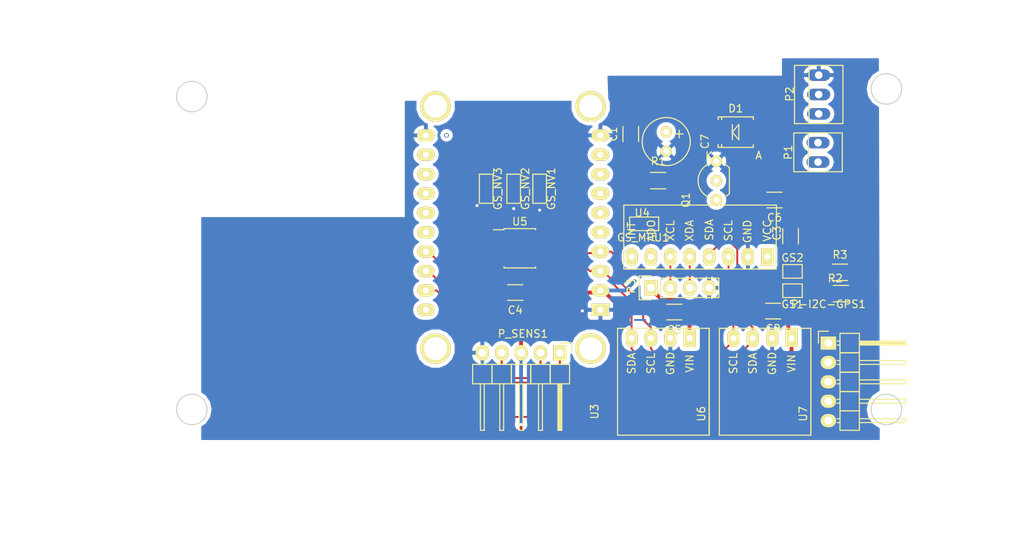
<source format=kicad_pcb>
(kicad_pcb (version 4) (host pcbnew 4.0.3-stable)

  (general
    (links 75)
    (no_connects 37)
    (area 121.157999 48.444999 216.308001 94.595001)
    (thickness 1.6)
    (drawings 13)
    (tracks 161)
    (zones 0)
    (modules 28)
    (nets 21)
  )

  (page A4)
  (layers
    (0 F.Cu signal)
    (31 B.Cu signal hide)
    (32 B.Adhes user)
    (33 F.Adhes user)
    (34 B.Paste user)
    (35 F.Paste user)
    (36 B.SilkS user)
    (37 F.SilkS user)
    (38 B.Mask user)
    (39 F.Mask user)
    (40 Dwgs.User user)
    (41 Cmts.User user)
    (42 Eco1.User user)
    (43 Eco2.User user)
    (44 Edge.Cuts user)
    (45 Margin user)
    (46 B.CrtYd user)
    (47 F.CrtYd user)
    (48 B.Fab user)
    (49 F.Fab user)
  )

  (setup
    (last_trace_width 0.25)
    (trace_clearance 0.2)
    (zone_clearance 0.508)
    (zone_45_only no)
    (trace_min 0.2)
    (segment_width 0.2)
    (edge_width 0.15)
    (via_size 0.6)
    (via_drill 0.4)
    (via_min_size 0.4)
    (via_min_drill 0.3)
    (uvia_size 0.3)
    (uvia_drill 0.1)
    (uvias_allowed no)
    (uvia_min_size 0.2)
    (uvia_min_drill 0.1)
    (pcb_text_width 0.3)
    (pcb_text_size 1.5 1.5)
    (mod_edge_width 0.15)
    (mod_text_size 0.000001 0.000001)
    (mod_text_width 0.15)
    (pad_size 1.4 1.4)
    (pad_drill 0.6)
    (pad_to_mask_clearance 0.2)
    (aux_axis_origin 124.46 96.52)
    (grid_origin 213.233 96.52)
    (visible_elements 7FFFEFFF)
    (pcbplotparams
      (layerselection 0x00030_80000001)
      (usegerberextensions false)
      (excludeedgelayer true)
      (linewidth 0.100000)
      (plotframeref false)
      (viasonmask false)
      (mode 1)
      (useauxorigin false)
      (hpglpennumber 1)
      (hpglpenspeed 20)
      (hpglpendiameter 15)
      (hpglpenoverlay 2)
      (psnegative false)
      (psa4output false)
      (plotreference true)
      (plotvalue true)
      (plotinvisibletext false)
      (padsonsilk false)
      (subtractmaskfromsilk false)
      (outputformat 1)
      (mirror false)
      (drillshape 1)
      (scaleselection 1)
      (outputdirectory ""))
  )

  (net 0 "")
  (net 1 VCC)
  (net 2 GND)
  (net 3 "Net-(GS1-Pad1)")
  (net 4 SCL)
  (net 5 SDA)
  (net 6 "Net-(GS2-Pad2)")
  (net 7 NEO_PXL)
  (net 8 "Net-(P3-Pad2)")
  (net 9 "Net-(Q1-Pad2)")
  (net 10 BUZZ)
  (net 11 A_SENSOR)
  (net 12 P10_SENS)
  (net 13 P25_SENS)
  (net 14 INT)
  (net 15 "Net-(GS_MPU1-Pad2)")
  (net 16 "Net-(GS_NV1-Pad2)")
  (net 17 "Net-(GS_NV2-Pad2)")
  (net 18 "Net-(GS_NV3-Pad2)")
  (net 19 "Net-(P3-Pad3)")
  (net 20 "Net-(D1-Pad2)")

  (net_class Default "This is the default net class."
    (clearance 0.2)
    (trace_width 0.25)
    (via_dia 0.6)
    (via_drill 0.4)
    (uvia_dia 0.3)
    (uvia_drill 0.1)
    (add_net A_SENSOR)
    (add_net BUZZ)
    (add_net INT)
    (add_net NEO_PXL)
    (add_net "Net-(D1-Pad2)")
    (add_net "Net-(GS1-Pad1)")
    (add_net "Net-(GS2-Pad2)")
    (add_net "Net-(GS_MPU1-Pad2)")
    (add_net "Net-(GS_NV1-Pad2)")
    (add_net "Net-(GS_NV2-Pad2)")
    (add_net "Net-(GS_NV3-Pad2)")
    (add_net "Net-(P3-Pad2)")
    (add_net "Net-(P3-Pad3)")
    (add_net "Net-(Q1-Pad2)")
    (add_net P10_SENS)
    (add_net P25_SENS)
    (add_net SCL)
    (add_net SDA)
  )

  (net_class POWER ""
    (clearance 0.2)
    (trace_width 0.5)
    (via_dia 0.6)
    (via_drill 0.4)
    (uvia_dia 0.3)
    (uvia_drill 0.1)
    (add_net GND)
    (add_net VCC)
  )

  (module ADEM:ESP8266_THING (layer F.Cu) (tedit 5639ECD6) (tstamp 563A01F5)
    (at 178.0286 95.9739 90)
    (path /5638E13D)
    (fp_text reference U3 (at 3.175 -2.032 90) (layer F.SilkS)
      (effects (font (size 1 1) (thickness 0.15)))
    )
    (fp_text value ESP8266_THING (at 27.559 -19.05 90) (layer F.Fab)
      (effects (font (size 1 1) (thickness 0.15)))
    )
    (fp_circle (center 43.18 -2.54) (end 44.45 -1.27) (layer F.SilkS) (width 0.15))
    (fp_circle (center 43.18 -22.86) (end 44.45 -21.59) (layer F.SilkS) (width 0.15))
    (fp_circle (center 11.43 -22.86) (end 12.7 -21.59) (layer F.SilkS) (width 0.15))
    (fp_circle (center 11.43 -2.54) (end 12.7 -1.27) (layer F.SilkS) (width 0.15))
    (fp_line (start 0 0) (end 55.88 0) (layer B.Adhes) (width 0.15))
    (fp_line (start 55.88 0) (end 55.88 -25.4) (layer B.Adhes) (width 0.15))
    (fp_line (start 55.88 -25.4) (end 0 -25.4) (layer B.Adhes) (width 0.15))
    (fp_line (start 0 -25.4) (end 0 0) (layer B.Adhes) (width 0.15))
    (pad "" np_thru_hole circle (at 43.18 -2.54 90) (size 4 4) (drill 3) (layers *.Cu *.Adhes *.Mask F.SilkS))
    (pad "" np_thru_hole circle (at 43.18 -22.86 90) (size 4 4) (drill 3) (layers *.Cu *.Adhes *.Mask F.SilkS))
    (pad "" np_thru_hole circle (at 11.43 -22.86 90) (size 4 4) (drill 3) (layers *.Cu *.Adhes *.Mask F.SilkS))
    (pad 1 thru_hole rect (at 16.51 -1.27 90) (size 1.6 2.3) (drill 0.8) (layers *.Cu *.Mask F.SilkS)
      (net 2 GND))
    (pad 2 thru_hole oval (at 19.05 -1.27 90) (size 1.6 2.3) (drill 0.8) (layers *.Cu *.Mask F.SilkS)
      (net 1 VCC))
    (pad 3 thru_hole oval (at 21.59 -1.27 90) (size 1.6 2.3) (drill 0.8) (layers *.Cu *.Mask F.SilkS)
      (net 5 SDA))
    (pad 4 thru_hole oval (at 24.13 -1.27 90) (size 1.6 2.3) (drill 0.8) (layers *.Cu *.Mask F.SilkS)
      (net 4 SCL))
    (pad 5 thru_hole oval (at 26.67 -1.27 90) (size 1.6 2.3) (drill 0.8) (layers *.Cu *.Mask F.SilkS))
    (pad 6 thru_hole oval (at 29.21 -1.27 90) (size 1.6 2.3) (drill 0.8) (layers *.Cu *.Mask F.SilkS))
    (pad 7 thru_hole oval (at 31.75 -1.27 90) (size 1.6 2.3) (drill 0.8) (layers *.Cu *.Mask F.SilkS))
    (pad 8 thru_hole oval (at 34.29 -1.27 90) (size 1.6 2.3) (drill 0.8) (layers *.Cu *.Mask F.SilkS))
    (pad 9 thru_hole oval (at 36.83 -1.27 90) (size 1.6 2.3) (drill 0.8) (layers *.Cu *.Mask F.SilkS))
    (pad 10 thru_hole oval (at 39.37 -1.27 90) (size 1.6 2.3) (drill 0.8) (layers *.Cu *.Mask F.SilkS)
      (net 2 GND))
    (pad 20 thru_hole oval (at 16.51 -24.13 90) (size 1.6 2.3) (drill 0.8) (layers *.Cu *.Mask F.SilkS))
    (pad 19 thru_hole oval (at 19.05 -24.13 90) (size 1.6 2.3) (drill 0.8) (layers *.Cu *.Mask F.SilkS)
      (net 11 A_SENSOR))
    (pad 18 thru_hole oval (at 21.59 -24.13 90) (size 1.6 2.3) (drill 0.8) (layers *.Cu *.Mask F.SilkS)
      (net 12 P10_SENS))
    (pad 17 thru_hole oval (at 24.13 -24.13 90) (size 1.6 2.3) (drill 0.8) (layers *.Cu *.Mask F.SilkS)
      (net 13 P25_SENS))
    (pad 16 thru_hole oval (at 26.67 -24.13 90) (size 1.6 2.3) (drill 0.8) (layers *.Cu *.Mask F.SilkS)
      (net 14 INT))
    (pad 15 thru_hole oval (at 29.21 -24.13 90) (size 1.6 2.3) (drill 0.8) (layers *.Cu *.Mask F.SilkS)
      (net 10 BUZZ))
    (pad 14 thru_hole oval (at 31.75 -24.13 90) (size 1.6 2.3) (drill 0.8) (layers *.Cu *.Mask F.SilkS)
      (net 7 NEO_PXL))
    (pad 13 thru_hole oval (at 34.29 -24.13 90) (size 1.6 2.3) (drill 0.8) (layers *.Cu *.Mask F.SilkS))
    (pad 12 thru_hole oval (at 36.83 -24.13 90) (size 1.6 2.3) (drill 0.8) (layers *.Cu *.Mask F.SilkS))
    (pad 11 thru_hole oval (at 39.37 -24.13 90) (size 1.6 2.3) (drill 0.8) (layers *.Cu *.Mask F.SilkS)
      (net 2 GND))
    (pad "" np_thru_hole circle (at 11.43 -2.54 90) (size 4 4) (drill 3) (layers *.Cu *.Adhes *.Mask F.SilkS))
  )

  (module Resistors_SMD:R_1206_HandSoldering (layer F.Cu) (tedit 5418A20D) (tstamp 563A0190)
    (at 208.153 74.549)
    (descr "Resistor SMD 1206, hand soldering")
    (tags "resistor 1206")
    (path /5638ED71)
    (attr smd)
    (fp_text reference R3 (at 0 -2.3) (layer F.SilkS)
      (effects (font (size 1 1) (thickness 0.15)))
    )
    (fp_text value R (at -4.2 0.2) (layer F.Fab)
      (effects (font (size 1 1) (thickness 0.15)))
    )
    (fp_line (start -3.3 -1.2) (end 3.3 -1.2) (layer F.CrtYd) (width 0.05))
    (fp_line (start -3.3 1.2) (end 3.3 1.2) (layer F.CrtYd) (width 0.05))
    (fp_line (start -3.3 -1.2) (end -3.3 1.2) (layer F.CrtYd) (width 0.05))
    (fp_line (start 3.3 -1.2) (end 3.3 1.2) (layer F.CrtYd) (width 0.05))
    (fp_line (start 1 1.075) (end -1 1.075) (layer F.SilkS) (width 0.15))
    (fp_line (start -1 -1.075) (end 1 -1.075) (layer F.SilkS) (width 0.15))
    (pad 1 smd rect (at -2 0) (size 2 1.7) (layers F.Cu F.Paste F.Mask)
      (net 6 "Net-(GS2-Pad2)"))
    (pad 2 smd rect (at 2 0) (size 2 1.7) (layers F.Cu F.Paste F.Mask)
      (net 1 VCC))
    (model Resistors_SMD.3dshapes/R_1206_HandSoldering.wrl
      (at (xyz 0 0 0))
      (scale (xyz 1 1 1))
      (rotate (xyz 0 0 0))
    )
  )

  (module ADEM:HTU21D (layer F.Cu) (tedit 563A15C8) (tstamp 563A1A87)
    (at 204.343 81.915 90)
    (path /5638EA83)
    (fp_text reference U7 (at -11.176 -1.016 90) (layer F.SilkS)
      (effects (font (size 1 1) (thickness 0.15)))
    )
    (fp_text value HTU21D (at -10.16 -10.668 90) (layer F.Fab)
      (effects (font (size 1 1) (thickness 0.15)))
    )
    (fp_text user VIN (at -4.572 -2.54 90) (layer F.SilkS)
      (effects (font (size 1 1) (thickness 0.15)))
    )
    (fp_text user GND (at -4.572 -5.08 90) (layer F.SilkS)
      (effects (font (size 1 1) (thickness 0.15)))
    )
    (fp_text user SDA (at -4.572 -7.62 90) (layer F.SilkS)
      (effects (font (size 1 1) (thickness 0.15)))
    )
    (fp_text user SCL (at -4.572 -10.16 90) (layer F.SilkS)
      (effects (font (size 1 1) (thickness 0.15)))
    )
    (fp_line (start -13.97 0) (end 0 0) (layer F.SilkS) (width 0.15))
    (fp_line (start -13.97 0) (end 0.03 0) (layer F.SilkS) (width 0.15))
    (fp_line (start 0.03 0) (end 0.03 -12) (layer F.SilkS) (width 0.15))
    (fp_line (start 0.03 -12) (end -13.97 -12) (layer F.SilkS) (width 0.15))
    (fp_line (start -13.97 -12) (end -13.97 0) (layer F.SilkS) (width 0.15))
    (pad 1 thru_hole rect (at -1.27 -2.54 90) (size 2.3 1.6) (drill 0.8) (layers *.Cu *.Mask F.SilkS)
      (net 1 VCC))
    (pad 2 thru_hole oval (at -1.27 -5.08 90) (size 2.3 1.6) (drill 0.8) (layers *.Cu *.Mask F.SilkS)
      (net 2 GND))
    (pad 3 thru_hole oval (at -1.27 -7.62 90) (size 2.3 1.6) (drill 0.8) (layers *.Cu *.Mask F.SilkS)
      (net 5 SDA))
    (pad 4 thru_hole oval (at -1.27 -10.16 90) (size 2.3 1.6) (drill 0.8) (layers *.Cu *.Mask F.SilkS)
      (net 4 SCL))
  )

  (module Capacitors_SMD:C_1206_HandSoldering (layer F.Cu) (tedit 541A9C03) (tstamp 563A0119)
    (at 180.738 56.438 90)
    (descr "Capacitor SMD 1206, hand soldering")
    (tags "capacitor 1206")
    (path /563917B6)
    (attr smd)
    (fp_text reference C1 (at 0 -2.3 90) (layer F.SilkS)
      (effects (font (size 1 1) (thickness 0.15)))
    )
    (fp_text value C (at 0 2.3 90) (layer F.Fab)
      (effects (font (size 1 1) (thickness 0.15)))
    )
    (fp_line (start -3.3 -1.15) (end 3.3 -1.15) (layer F.CrtYd) (width 0.05))
    (fp_line (start -3.3 1.15) (end 3.3 1.15) (layer F.CrtYd) (width 0.05))
    (fp_line (start -3.3 -1.15) (end -3.3 1.15) (layer F.CrtYd) (width 0.05))
    (fp_line (start 3.3 -1.15) (end 3.3 1.15) (layer F.CrtYd) (width 0.05))
    (fp_line (start 1 -1.025) (end -1 -1.025) (layer F.SilkS) (width 0.15))
    (fp_line (start -1 1.025) (end 1 1.025) (layer F.SilkS) (width 0.15))
    (pad 1 smd rect (at -2 0 90) (size 2 1.6) (layers F.Cu F.Paste F.Mask)
      (net 1 VCC))
    (pad 2 smd rect (at 2 0 90) (size 2 1.6) (layers F.Cu F.Paste F.Mask)
      (net 2 GND))
    (model Capacitors_SMD.3dshapes/C_1206_HandSoldering.wrl
      (at (xyz 0 0 0))
      (scale (xyz 1 1 1))
      (rotate (xyz 0 0 0))
    )
  )

  (module Capacitors_SMD:C_1206_HandSoldering (layer F.Cu) (tedit 541A9C03) (tstamp 563A011F)
    (at 199.39 79.629 180)
    (descr "Capacitor SMD 1206, hand soldering")
    (tags "capacitor 1206")
    (path /563917C3)
    (attr smd)
    (fp_text reference C2 (at 0 -2.3 180) (layer F.SilkS)
      (effects (font (size 1 1) (thickness 0.15)))
    )
    (fp_text value C (at 0 2.3 180) (layer F.Fab)
      (effects (font (size 1 1) (thickness 0.15)))
    )
    (fp_line (start -3.3 -1.15) (end 3.3 -1.15) (layer F.CrtYd) (width 0.05))
    (fp_line (start -3.3 1.15) (end 3.3 1.15) (layer F.CrtYd) (width 0.05))
    (fp_line (start -3.3 -1.15) (end -3.3 1.15) (layer F.CrtYd) (width 0.05))
    (fp_line (start 3.3 -1.15) (end 3.3 1.15) (layer F.CrtYd) (width 0.05))
    (fp_line (start 1 -1.025) (end -1 -1.025) (layer F.SilkS) (width 0.15))
    (fp_line (start -1 1.025) (end 1 1.025) (layer F.SilkS) (width 0.15))
    (pad 1 smd rect (at -2 0 180) (size 2 1.6) (layers F.Cu F.Paste F.Mask)
      (net 1 VCC))
    (pad 2 smd rect (at 2 0 180) (size 2 1.6) (layers F.Cu F.Paste F.Mask)
      (net 2 GND))
    (model Capacitors_SMD.3dshapes/C_1206_HandSoldering.wrl
      (at (xyz 0 0 0))
      (scale (xyz 1 1 1))
      (rotate (xyz 0 0 0))
    )
  )

  (module Capacitors_SMD:C_1206_HandSoldering (layer F.Cu) (tedit 541A9C03) (tstamp 563A0125)
    (at 201.676 69.818 90)
    (descr "Capacitor SMD 1206, hand soldering")
    (tags "capacitor 1206")
    (path /563917C9)
    (attr smd)
    (fp_text reference C3 (at 0.4 -1.8 90) (layer F.SilkS)
      (effects (font (size 1 1) (thickness 0.15)))
    )
    (fp_text value C (at -4.2 -0.2 90) (layer F.Fab)
      (effects (font (size 1 1) (thickness 0.15)))
    )
    (fp_line (start -3.3 -1.15) (end 3.3 -1.15) (layer F.CrtYd) (width 0.05))
    (fp_line (start -3.3 1.15) (end 3.3 1.15) (layer F.CrtYd) (width 0.05))
    (fp_line (start -3.3 -1.15) (end -3.3 1.15) (layer F.CrtYd) (width 0.05))
    (fp_line (start 3.3 -1.15) (end 3.3 1.15) (layer F.CrtYd) (width 0.05))
    (fp_line (start 1 -1.025) (end -1 -1.025) (layer F.SilkS) (width 0.15))
    (fp_line (start -1 1.025) (end 1 1.025) (layer F.SilkS) (width 0.15))
    (pad 1 smd rect (at -2 0 90) (size 2 1.6) (layers F.Cu F.Paste F.Mask)
      (net 1 VCC))
    (pad 2 smd rect (at 2 0 90) (size 2 1.6) (layers F.Cu F.Paste F.Mask)
      (net 2 GND))
    (model Capacitors_SMD.3dshapes/C_1206_HandSoldering.wrl
      (at (xyz 0 0 0))
      (scale (xyz 1 1 1))
      (rotate (xyz 0 0 0))
    )
  )

  (module Capacitors_SMD:C_1206_HandSoldering (layer F.Cu) (tedit 541A9C03) (tstamp 563A012B)
    (at 165.6 77.2 180)
    (descr "Capacitor SMD 1206, hand soldering")
    (tags "capacitor 1206")
    (path /563917CF)
    (attr smd)
    (fp_text reference C4 (at 0 -2.3 180) (layer F.SilkS)
      (effects (font (size 1 1) (thickness 0.15)))
    )
    (fp_text value C (at 0 2.3 180) (layer F.Fab)
      (effects (font (size 1 1) (thickness 0.15)))
    )
    (fp_line (start -3.3 -1.15) (end 3.3 -1.15) (layer F.CrtYd) (width 0.05))
    (fp_line (start -3.3 1.15) (end 3.3 1.15) (layer F.CrtYd) (width 0.05))
    (fp_line (start -3.3 -1.15) (end -3.3 1.15) (layer F.CrtYd) (width 0.05))
    (fp_line (start 3.3 -1.15) (end 3.3 1.15) (layer F.CrtYd) (width 0.05))
    (fp_line (start 1 -1.025) (end -1 -1.025) (layer F.SilkS) (width 0.15))
    (fp_line (start -1 1.025) (end 1 1.025) (layer F.SilkS) (width 0.15))
    (pad 1 smd rect (at -2 0 180) (size 2 1.6) (layers F.Cu F.Paste F.Mask)
      (net 1 VCC))
    (pad 2 smd rect (at 2 0 180) (size 2 1.6) (layers F.Cu F.Paste F.Mask)
      (net 2 GND))
    (model Capacitors_SMD.3dshapes/C_1206_HandSoldering.wrl
      (at (xyz 0 0 0))
      (scale (xyz 1 1 1))
      (rotate (xyz 0 0 0))
    )
  )

  (module Capacitors_SMD:C_1206_HandSoldering (layer F.Cu) (tedit 541A9C03) (tstamp 563A0131)
    (at 186.436 79.756 180)
    (descr "Capacitor SMD 1206, hand soldering")
    (tags "capacitor 1206")
    (path /563917D5)
    (attr smd)
    (fp_text reference C5 (at 0 -2.3 180) (layer F.SilkS)
      (effects (font (size 1 1) (thickness 0.15)))
    )
    (fp_text value C (at 0 2.3 180) (layer F.Fab)
      (effects (font (size 1 1) (thickness 0.15)))
    )
    (fp_line (start -3.3 -1.15) (end 3.3 -1.15) (layer F.CrtYd) (width 0.05))
    (fp_line (start -3.3 1.15) (end 3.3 1.15) (layer F.CrtYd) (width 0.05))
    (fp_line (start -3.3 -1.15) (end -3.3 1.15) (layer F.CrtYd) (width 0.05))
    (fp_line (start 3.3 -1.15) (end 3.3 1.15) (layer F.CrtYd) (width 0.05))
    (fp_line (start 1 -1.025) (end -1 -1.025) (layer F.SilkS) (width 0.15))
    (fp_line (start -1 1.025) (end 1 1.025) (layer F.SilkS) (width 0.15))
    (pad 1 smd rect (at -2 0 180) (size 2 1.6) (layers F.Cu F.Paste F.Mask)
      (net 1 VCC))
    (pad 2 smd rect (at 2 0 180) (size 2 1.6) (layers F.Cu F.Paste F.Mask)
      (net 2 GND))
    (model Capacitors_SMD.3dshapes/C_1206_HandSoldering.wrl
      (at (xyz 0 0 0))
      (scale (xyz 1 1 1))
      (rotate (xyz 0 0 0))
    )
  )

  (module Capacitors_SMD:C_1206_HandSoldering (layer F.Cu) (tedit 541A9C03) (tstamp 563A0137)
    (at 199.576346 65.076972 180)
    (descr "Capacitor SMD 1206, hand soldering")
    (tags "capacitor 1206")
    (path /563917DB)
    (attr smd)
    (fp_text reference C6 (at 0 -2.3 180) (layer F.SilkS)
      (effects (font (size 1 1) (thickness 0.15)))
    )
    (fp_text value C (at 0 2.3 180) (layer F.Fab)
      (effects (font (size 1 1) (thickness 0.15)))
    )
    (fp_line (start -3.3 -1.15) (end 3.3 -1.15) (layer F.CrtYd) (width 0.05))
    (fp_line (start -3.3 1.15) (end 3.3 1.15) (layer F.CrtYd) (width 0.05))
    (fp_line (start -3.3 -1.15) (end -3.3 1.15) (layer F.CrtYd) (width 0.05))
    (fp_line (start 3.3 -1.15) (end 3.3 1.15) (layer F.CrtYd) (width 0.05))
    (fp_line (start 1 -1.025) (end -1 -1.025) (layer F.SilkS) (width 0.15))
    (fp_line (start -1 1.025) (end 1 1.025) (layer F.SilkS) (width 0.15))
    (pad 1 smd rect (at -2 0 180) (size 2 1.6) (layers F.Cu F.Paste F.Mask)
      (net 1 VCC))
    (pad 2 smd rect (at 2 0 180) (size 2 1.6) (layers F.Cu F.Paste F.Mask)
      (net 2 GND))
    (model Capacitors_SMD.3dshapes/C_1206_HandSoldering.wrl
      (at (xyz 0 0 0))
      (scale (xyz 1 1 1))
      (rotate (xyz 0 0 0))
    )
  )

  (module Diodes_SMD:SMB_Handsoldering (layer F.Cu) (tedit 552FF2F0) (tstamp 563A013D)
    (at 194.496346 56.186972)
    (descr "Diode SMB Handsoldering")
    (tags "Diode SMB Handsoldering")
    (path /563912F5)
    (attr smd)
    (fp_text reference D1 (at 0 -3.1) (layer F.SilkS)
      (effects (font (size 1 1) (thickness 0.15)))
    )
    (fp_text value DIODE (at 0.1 4.75) (layer F.Fab)
      (effects (font (size 1 1) (thickness 0.15)))
    )
    (fp_line (start -4.7 -2.25) (end 4.7 -2.25) (layer F.CrtYd) (width 0.05))
    (fp_line (start 4.7 -2.25) (end 4.7 2.25) (layer F.CrtYd) (width 0.05))
    (fp_line (start 4.7 2.25) (end -4.7 2.25) (layer F.CrtYd) (width 0.05))
    (fp_line (start -4.7 2.25) (end -4.7 -2.25) (layer F.CrtYd) (width 0.05))
    (fp_line (start -0.44958 0) (end 0.39878 -1.00076) (layer F.SilkS) (width 0.15))
    (fp_line (start 0.39878 -1.00076) (end 0.39878 1.00076) (layer F.SilkS) (width 0.15))
    (fp_line (start 0.39878 1.00076) (end -0.44958 0) (layer F.SilkS) (width 0.15))
    (fp_line (start -0.44958 0) (end -0.44958 1.00076) (layer F.SilkS) (width 0.15))
    (fp_line (start -0.44958 0) (end -0.44958 -1.00076) (layer F.SilkS) (width 0.15))
    (fp_text user K (at -3.5 3.1) (layer F.SilkS)
      (effects (font (size 1 1) (thickness 0.15)))
    )
    (fp_text user A (at 3 3.05) (layer F.SilkS)
      (effects (font (size 1 1) (thickness 0.15)))
    )
    (fp_line (start -2.30632 1.8) (end -2.30632 1.6002) (layer F.SilkS) (width 0.15))
    (fp_line (start -1.84928 1.8) (end -1.84928 1.601) (layer F.SilkS) (width 0.15))
    (fp_line (start 2.30124 1.8) (end 2.30124 1.651) (layer F.SilkS) (width 0.15))
    (fp_line (start -2.30124 -1.8) (end -2.30124 -1.651) (layer F.SilkS) (width 0.15))
    (fp_line (start -1.84928 -1.8) (end -1.84928 -1.651) (layer F.SilkS) (width 0.15))
    (fp_line (start 2.30124 -1.8) (end 2.30124 -1.651) (layer F.SilkS) (width 0.15))
    (fp_line (start -1.84928 1.94898) (end -1.84928 1.75086) (layer F.SilkS) (width 0.15))
    (fp_line (start -1.84928 -1.99898) (end -1.84928 -1.80086) (layer F.SilkS) (width 0.15))
    (fp_line (start 2.29616 1.99644) (end 2.29616 1.79832) (layer F.SilkS) (width 0.15))
    (fp_line (start -2.30632 1.99644) (end 2.29616 1.99644) (layer F.SilkS) (width 0.15))
    (fp_line (start -2.30632 1.99644) (end -2.30632 1.79832) (layer F.SilkS) (width 0.15))
    (fp_line (start -2.30124 -1.99898) (end -2.30124 -1.80086) (layer F.SilkS) (width 0.15))
    (fp_line (start -2.30124 -1.99898) (end 2.30124 -1.99898) (layer F.SilkS) (width 0.15))
    (fp_line (start 2.30124 -1.99898) (end 2.30124 -1.80086) (layer F.SilkS) (width 0.15))
    (pad 1 smd rect (at -2.70002 0) (size 3.50012 2.30124) (layers F.Cu F.Paste F.Mask)
      (net 1 VCC))
    (pad 2 smd rect (at 2.70002 0) (size 3.50012 2.30124) (layers F.Cu F.Paste F.Mask)
      (net 20 "Net-(D1-Pad2)"))
    (model Diodes_SMD.3dshapes/SMB_Handsoldering.wrl
      (at (xyz 0 0 0))
      (scale (xyz 0.3937 0.3937 0.3937))
      (rotate (xyz 0 0 180))
    )
  )

  (module Connect:GS2 (layer F.Cu) (tedit 0) (tstamp 563A0143)
    (at 201.93 76.962 270)
    (descr "Pontet Goute de soudure")
    (path /5638ED57)
    (attr virtual)
    (fp_text reference GS1 (at 1.778 0 360) (layer F.SilkS)
      (effects (font (size 1 1) (thickness 0.15)))
    )
    (fp_text value GS1 (at 1.524 0 360) (layer F.Fab)
      (effects (font (size 1 1) (thickness 0.15)))
    )
    (fp_line (start -0.889 -1.27) (end -0.889 1.27) (layer F.SilkS) (width 0.15))
    (fp_line (start 0.889 1.27) (end 0.889 -1.27) (layer F.SilkS) (width 0.15))
    (fp_line (start 0.889 1.27) (end -0.889 1.27) (layer F.SilkS) (width 0.15))
    (fp_line (start -0.889 -1.27) (end 0.889 -1.27) (layer F.SilkS) (width 0.15))
    (pad 1 smd rect (at 0 -0.635 270) (size 1.27 0.9652) (layers F.Cu F.Paste F.Mask)
      (net 3 "Net-(GS1-Pad1)"))
    (pad 2 smd rect (at 0 0.635 270) (size 1.27 0.9652) (layers F.Cu F.Paste F.Mask)
      (net 4 SCL))
  )

  (module Connect:GS2 (layer F.Cu) (tedit 0) (tstamp 563A0149)
    (at 201.93 74.422 90)
    (descr "Pontet Goute de soudure")
    (path /5638F761)
    (attr virtual)
    (fp_text reference GS2 (at 1.778 0 180) (layer F.SilkS)
      (effects (font (size 1 1) (thickness 0.15)))
    )
    (fp_text value GS2 (at 1.524 0 180) (layer F.Fab)
      (effects (font (size 1 1) (thickness 0.15)))
    )
    (fp_line (start -0.889 -1.27) (end -0.889 1.27) (layer F.SilkS) (width 0.15))
    (fp_line (start 0.889 1.27) (end 0.889 -1.27) (layer F.SilkS) (width 0.15))
    (fp_line (start 0.889 1.27) (end -0.889 1.27) (layer F.SilkS) (width 0.15))
    (fp_line (start -0.889 -1.27) (end 0.889 -1.27) (layer F.SilkS) (width 0.15))
    (pad 1 smd rect (at 0 -0.635 90) (size 1.27 0.9652) (layers F.Cu F.Paste F.Mask)
      (net 5 SDA))
    (pad 2 smd rect (at 0 0.635 90) (size 1.27 0.9652) (layers F.Cu F.Paste F.Mask)
      (net 6 "Net-(GS2-Pad2)"))
  )

  (module Connect:PINHEAD1-2 (layer F.Cu) (tedit 0) (tstamp 563A016B)
    (at 205.275578 58.83128 90)
    (path /563912AA)
    (attr virtual)
    (fp_text reference P1 (at 0 -3.9 90) (layer F.SilkS)
      (effects (font (size 1 1) (thickness 0.15)))
    )
    (fp_text value CONN_buzz (at 0 3.81 90) (layer F.Fab)
      (effects (font (size 1 1) (thickness 0.15)))
    )
    (fp_line (start 2.54 -1.27) (end -2.54 -1.27) (layer F.SilkS) (width 0.15))
    (fp_line (start 2.54 3.175) (end -2.54 3.175) (layer F.SilkS) (width 0.15))
    (fp_line (start -2.54 -3.175) (end 2.54 -3.175) (layer F.SilkS) (width 0.15))
    (fp_line (start -2.54 -3.175) (end -2.54 3.175) (layer F.SilkS) (width 0.15))
    (fp_line (start 2.54 -3.175) (end 2.54 3.175) (layer F.SilkS) (width 0.15))
    (pad 1 thru_hole oval (at -1.27 0 90) (size 1.50622 3.01498) (drill 0.99822) (layers *.Cu *.Mask)
      (net 1 VCC))
    (pad 2 thru_hole oval (at 1.27 0 90) (size 1.50622 3.01498) (drill 0.99822) (layers *.Cu *.Mask)
      (net 20 "Net-(D1-Pad2)"))
  )

  (module TO_SOT_Packages_THT:TO-92_Inline_Wide (layer F.Cu) (tedit 54F242B4) (tstamp 563A017E)
    (at 191.956346 65.076972 90)
    (descr "TO-92 leads in-line, wide, drill 0.8mm (see NXP sot054_po.pdf)")
    (tags "to-92 sc-43 sc-43a sot54 PA33 transistor")
    (path /563913C9)
    (fp_text reference Q1 (at 0 -4 270) (layer F.SilkS)
      (effects (font (size 1 1) (thickness 0.15)))
    )
    (fp_text value NPN (at 0 3 90) (layer F.Fab)
      (effects (font (size 1 1) (thickness 0.15)))
    )
    (fp_arc (start 2.54 0) (end 0.84 1.7) (angle 20.5) (layer F.SilkS) (width 0.15))
    (fp_arc (start 2.54 0) (end 4.24 1.7) (angle -20.5) (layer F.SilkS) (width 0.15))
    (fp_line (start -1 1.95) (end -1 -2.65) (layer F.CrtYd) (width 0.05))
    (fp_line (start -1 1.95) (end 6.1 1.95) (layer F.CrtYd) (width 0.05))
    (fp_line (start 0.84 1.7) (end 4.24 1.7) (layer F.SilkS) (width 0.15))
    (fp_arc (start 2.54 0) (end 2.54 -2.4) (angle -65.55604127) (layer F.SilkS) (width 0.15))
    (fp_arc (start 2.54 0) (end 2.54 -2.4) (angle 65.55604127) (layer F.SilkS) (width 0.15))
    (fp_line (start -1 -2.65) (end 6.1 -2.65) (layer F.CrtYd) (width 0.05))
    (fp_line (start 6.1 1.95) (end 6.1 -2.65) (layer F.CrtYd) (width 0.05))
    (pad 2 thru_hole circle (at 2.54 0 180) (size 1.524 1.524) (drill 0.8) (layers *.Cu *.Mask F.SilkS)
      (net 9 "Net-(Q1-Pad2)"))
    (pad 3 thru_hole circle (at 5.08 0 180) (size 1.524 1.524) (drill 0.8) (layers *.Cu *.Mask F.SilkS)
      (net 2 GND))
    (pad 1 thru_hole circle (at 0 0 180) (size 1.524 1.524) (drill 0.8) (layers *.Cu *.Mask F.SilkS)
      (net 20 "Net-(D1-Pad2)"))
    (model TO_SOT_Packages_THT.3dshapes/TO-92_Inline_Wide.wrl
      (at (xyz 0.1 0 0))
      (scale (xyz 1 1 1))
      (rotate (xyz 0 0 -90))
    )
  )

  (module Resistors_SMD:R_1206_HandSoldering (layer F.Cu) (tedit 563A0602) (tstamp 563A0184)
    (at 184.336346 62.536972)
    (descr "Resistor SMD 1206, hand soldering")
    (tags "resistor 1206")
    (path /563913DA)
    (attr smd)
    (fp_text reference R1 (at 0 -2.54 180) (layer F.SilkS)
      (effects (font (size 1 1) (thickness 0.15)))
    )
    (fp_text value R (at 0 2.3) (layer F.Fab)
      (effects (font (size 1 1) (thickness 0.15)))
    )
    (fp_line (start -3.3 -1.2) (end 3.3 -1.2) (layer F.CrtYd) (width 0.05))
    (fp_line (start -3.3 1.2) (end 3.3 1.2) (layer F.CrtYd) (width 0.05))
    (fp_line (start -3.3 -1.2) (end -3.3 1.2) (layer F.CrtYd) (width 0.05))
    (fp_line (start 3.3 -1.2) (end 3.3 1.2) (layer F.CrtYd) (width 0.05))
    (fp_line (start 1 1.075) (end -1 1.075) (layer F.SilkS) (width 0.15))
    (fp_line (start -1 -1.075) (end 1 -1.075) (layer F.SilkS) (width 0.15))
    (pad 1 smd rect (at -2 0) (size 2 1.7) (layers F.Cu F.Paste F.Mask)
      (net 10 BUZZ))
    (pad 2 smd rect (at 2 0) (size 2 1.7) (layers F.Cu F.Paste F.Mask)
      (net 9 "Net-(Q1-Pad2)"))
    (model Resistors_SMD.3dshapes/R_1206_HandSoldering.wrl
      (at (xyz 0 0 0))
      (scale (xyz 1 1 1))
      (rotate (xyz 0 0 0))
    )
  )

  (module Resistors_SMD:R_1206_HandSoldering (layer F.Cu) (tedit 5418A20D) (tstamp 563A018A)
    (at 208.28 77.343 180)
    (descr "Resistor SMD 1206, hand soldering")
    (tags "resistor 1206")
    (path /5638ED80)
    (attr smd)
    (fp_text reference R2 (at 0.754 2 180) (layer F.SilkS)
      (effects (font (size 1 1) (thickness 0.15)))
    )
    (fp_text value R (at 4.2 0 180) (layer F.Fab)
      (effects (font (size 1 1) (thickness 0.15)))
    )
    (fp_line (start -3.3 -1.2) (end 3.3 -1.2) (layer F.CrtYd) (width 0.05))
    (fp_line (start -3.3 1.2) (end 3.3 1.2) (layer F.CrtYd) (width 0.05))
    (fp_line (start -3.3 -1.2) (end -3.3 1.2) (layer F.CrtYd) (width 0.05))
    (fp_line (start 3.3 -1.2) (end 3.3 1.2) (layer F.CrtYd) (width 0.05))
    (fp_line (start 1 1.075) (end -1 1.075) (layer F.SilkS) (width 0.15))
    (fp_line (start -1 -1.075) (end 1 -1.075) (layer F.SilkS) (width 0.15))
    (pad 1 smd rect (at -2 0 180) (size 2 1.7) (layers F.Cu F.Paste F.Mask)
      (net 1 VCC))
    (pad 2 smd rect (at 2 0 180) (size 2 1.7) (layers F.Cu F.Paste F.Mask)
      (net 3 "Net-(GS1-Pad1)"))
    (model Resistors_SMD.3dshapes/R_1206_HandSoldering.wrl
      (at (xyz 0 0 0))
      (scale (xyz 1 1 1))
      (rotate (xyz 0 0 0))
    )
  )

  (module Housings_SOIC:SOIC-8_3.9x4.9mm_Pitch1.27mm (layer F.Cu) (tedit 54130A77) (tstamp 563A0219)
    (at 166.2 71.4)
    (descr "8-Lead Plastic Small Outline (SN) - Narrow, 3.90 mm Body [SOIC] (see Microchip Packaging Specification 00000049BS.pdf)")
    (tags "SOIC 1.27")
    (path /5638EAB4)
    (attr smd)
    (fp_text reference U5 (at 0 -3.5) (layer F.SilkS)
      (effects (font (size 1 1) (thickness 0.15)))
    )
    (fp_text value NVSRAM (at 0 3.5) (layer F.Fab)
      (effects (font (size 1 1) (thickness 0.15)))
    )
    (fp_line (start -3.75 -2.75) (end -3.75 2.75) (layer F.CrtYd) (width 0.05))
    (fp_line (start 3.75 -2.75) (end 3.75 2.75) (layer F.CrtYd) (width 0.05))
    (fp_line (start -3.75 -2.75) (end 3.75 -2.75) (layer F.CrtYd) (width 0.05))
    (fp_line (start -3.75 2.75) (end 3.75 2.75) (layer F.CrtYd) (width 0.05))
    (fp_line (start -2.075 -2.575) (end -2.075 -2.43) (layer F.SilkS) (width 0.15))
    (fp_line (start 2.075 -2.575) (end 2.075 -2.43) (layer F.SilkS) (width 0.15))
    (fp_line (start 2.075 2.575) (end 2.075 2.43) (layer F.SilkS) (width 0.15))
    (fp_line (start -2.075 2.575) (end -2.075 2.43) (layer F.SilkS) (width 0.15))
    (fp_line (start -2.075 -2.575) (end 2.075 -2.575) (layer F.SilkS) (width 0.15))
    (fp_line (start -2.075 2.575) (end 2.075 2.575) (layer F.SilkS) (width 0.15))
    (fp_line (start -2.075 -2.43) (end -3.475 -2.43) (layer F.SilkS) (width 0.15))
    (pad 1 smd rect (at -2.7 -1.905) (size 1.55 0.6) (layers F.Cu F.Paste F.Mask)
      (net 16 "Net-(GS_NV1-Pad2)"))
    (pad 2 smd rect (at -2.7 -0.635) (size 1.55 0.6) (layers F.Cu F.Paste F.Mask)
      (net 17 "Net-(GS_NV2-Pad2)"))
    (pad 3 smd rect (at -2.7 0.635) (size 1.55 0.6) (layers F.Cu F.Paste F.Mask)
      (net 18 "Net-(GS_NV3-Pad2)"))
    (pad 4 smd rect (at -2.7 1.905) (size 1.55 0.6) (layers F.Cu F.Paste F.Mask)
      (net 2 GND))
    (pad 5 smd rect (at 2.7 1.905) (size 1.55 0.6) (layers F.Cu F.Paste F.Mask)
      (net 5 SDA))
    (pad 6 smd rect (at 2.7 0.635) (size 1.55 0.6) (layers F.Cu F.Paste F.Mask)
      (net 4 SCL))
    (pad 7 smd rect (at 2.7 -0.635) (size 1.55 0.6) (layers F.Cu F.Paste F.Mask))
    (pad 8 smd rect (at 2.7 -1.905) (size 1.55 0.6) (layers F.Cu F.Paste F.Mask)
      (net 1 VCC))
    (model Housings_SOIC.3dshapes/SOIC-8_3.9x4.9mm_Pitch1.27mm.wrl
      (at (xyz 0 0 0))
      (scale (xyz 1 1 1))
      (rotate (xyz 0 0 0))
    )
  )

  (module Connect:GS3 (layer F.Cu) (tedit 0) (tstamp 563A05DF)
    (at 182.499 68.199 90)
    (descr "Pontet Goute de soudure")
    (path /5638F172)
    (attr virtual)
    (fp_text reference GS_MPU1 (at -1.8 -0.13 180) (layer F.SilkS)
      (effects (font (size 1 1) (thickness 0.15)))
    )
    (fp_text value GS_A0 (at 1.6 0 180) (layer F.Fab)
      (effects (font (size 1 1) (thickness 0.15)))
    )
    (fp_line (start -0.889 -1.905) (end -0.889 1.905) (layer F.SilkS) (width 0.15))
    (fp_line (start -0.889 1.905) (end 0.889 1.905) (layer F.SilkS) (width 0.15))
    (fp_line (start 0.889 1.905) (end 0.889 -1.905) (layer F.SilkS) (width 0.15))
    (fp_line (start -0.889 -1.905) (end 0.889 -1.905) (layer F.SilkS) (width 0.15))
    (pad 1 smd rect (at 0 -1.27 90) (size 1.27 0.9652) (layers F.Cu F.Paste F.Mask)
      (net 1 VCC))
    (pad 2 smd rect (at 0 0 90) (size 1.27 0.9652) (layers F.Cu F.Paste F.Mask)
      (net 15 "Net-(GS_MPU1-Pad2)"))
    (pad 3 smd rect (at 0 1.27 90) (size 1.27 0.9652) (layers F.Cu F.Paste F.Mask)
      (net 2 GND))
  )

  (module Connect:GS3 (layer F.Cu) (tedit 563A2EF5) (tstamp 563A05E6)
    (at 168.8 63.6)
    (descr "Pontet Goute de soudure")
    (path /5638EECA)
    (attr virtual)
    (fp_text reference GS_NV1 (at 1.524 0 90) (layer F.SilkS)
      (effects (font (size 1 1) (thickness 0.15)))
    )
    (fp_text value GS_A0 (at 1.524 0 90) (layer F.Fab)
      (effects (font (size 1 1) (thickness 0.15)))
    )
    (fp_line (start -0.889 -1.905) (end -0.889 1.905) (layer F.SilkS) (width 0.15))
    (fp_line (start -0.889 1.905) (end 0.889 1.905) (layer F.SilkS) (width 0.15))
    (fp_line (start 0.889 1.905) (end 0.889 -1.905) (layer F.SilkS) (width 0.15))
    (fp_line (start -0.889 -1.905) (end 0.889 -1.905) (layer F.SilkS) (width 0.15))
    (pad 1 smd rect (at 0 -1.2) (size 1.27 0.9652) (layers F.Cu F.Paste F.Mask)
      (net 1 VCC))
    (pad 2 smd rect (at 0 0) (size 1.27 0.9652) (layers F.Cu F.Paste F.Mask)
      (net 16 "Net-(GS_NV1-Pad2)"))
    (pad 3 smd rect (at 0 1.27) (size 1.27 0.9652) (layers F.Cu F.Paste F.Mask)
      (net 2 GND))
  )

  (module Connect:GS3 (layer F.Cu) (tedit 0) (tstamp 563A05ED)
    (at 165.4 63.6)
    (descr "Pontet Goute de soudure")
    (path /5638EDB5)
    (attr virtual)
    (fp_text reference GS_NV2 (at 1.524 0 90) (layer F.SilkS)
      (effects (font (size 1 1) (thickness 0.15)))
    )
    (fp_text value GS_A1 (at 1.524 0 90) (layer F.Fab)
      (effects (font (size 1 1) (thickness 0.15)))
    )
    (fp_line (start -0.889 -1.905) (end -0.889 1.905) (layer F.SilkS) (width 0.15))
    (fp_line (start -0.889 1.905) (end 0.889 1.905) (layer F.SilkS) (width 0.15))
    (fp_line (start 0.889 1.905) (end 0.889 -1.905) (layer F.SilkS) (width 0.15))
    (fp_line (start -0.889 -1.905) (end 0.889 -1.905) (layer F.SilkS) (width 0.15))
    (pad 1 smd rect (at 0 -1.27) (size 1.27 0.9652) (layers F.Cu F.Paste F.Mask)
      (net 1 VCC))
    (pad 2 smd rect (at 0 0) (size 1.27 0.9652) (layers F.Cu F.Paste F.Mask)
      (net 17 "Net-(GS_NV2-Pad2)"))
    (pad 3 smd rect (at 0 1.27) (size 1.27 0.9652) (layers F.Cu F.Paste F.Mask)
      (net 2 GND))
  )

  (module Connect:GS3 (layer F.Cu) (tedit 0) (tstamp 563A05F4)
    (at 161.8 63.6)
    (descr "Pontet Goute de soudure")
    (path /5638EEB5)
    (attr virtual)
    (fp_text reference GS_NV3 (at 1.524 0 90) (layer F.SilkS)
      (effects (font (size 1 1) (thickness 0.15)))
    )
    (fp_text value GS_A2 (at 1.524 0 90) (layer F.Fab)
      (effects (font (size 1 1) (thickness 0.15)))
    )
    (fp_line (start -0.889 -1.905) (end -0.889 1.905) (layer F.SilkS) (width 0.15))
    (fp_line (start -0.889 1.905) (end 0.889 1.905) (layer F.SilkS) (width 0.15))
    (fp_line (start 0.889 1.905) (end 0.889 -1.905) (layer F.SilkS) (width 0.15))
    (fp_line (start -0.889 -1.905) (end 0.889 -1.905) (layer F.SilkS) (width 0.15))
    (pad 1 smd rect (at 0 -1.27) (size 1.27 0.9652) (layers F.Cu F.Paste F.Mask)
      (net 1 VCC))
    (pad 2 smd rect (at 0 0) (size 1.27 0.9652) (layers F.Cu F.Paste F.Mask)
      (net 18 "Net-(GS_NV3-Pad2)"))
    (pad 3 smd rect (at 0 1.27) (size 1.27 0.9652) (layers F.Cu F.Paste F.Mask)
      (net 2 GND))
  )

  (module Pin_Headers:Pin_Header_Angled_1x05 (layer F.Cu) (tedit 0) (tstamp 563A1015)
    (at 171.45 85.09 270)
    (descr "Through hole pin header")
    (tags "pin header")
    (path /563A22E0)
    (fp_text reference P_SENS1 (at -2.49 4.85 360) (layer F.SilkS)
      (effects (font (size 1 1) (thickness 0.15)))
    )
    (fp_text value CONN_01X05 (at 5.31 5.45 360) (layer F.Fab)
      (effects (font (size 1 1) (thickness 0.15)))
    )
    (fp_line (start -1.5 -1.75) (end -1.5 11.95) (layer F.CrtYd) (width 0.05))
    (fp_line (start 10.65 -1.75) (end 10.65 11.95) (layer F.CrtYd) (width 0.05))
    (fp_line (start -1.5 -1.75) (end 10.65 -1.75) (layer F.CrtYd) (width 0.05))
    (fp_line (start -1.5 11.95) (end 10.65 11.95) (layer F.CrtYd) (width 0.05))
    (fp_line (start -1.3 -1.55) (end -1.3 0) (layer F.SilkS) (width 0.15))
    (fp_line (start 0 -1.55) (end -1.3 -1.55) (layer F.SilkS) (width 0.15))
    (fp_line (start 4.191 -0.127) (end 10.033 -0.127) (layer F.SilkS) (width 0.15))
    (fp_line (start 10.033 -0.127) (end 10.033 0.127) (layer F.SilkS) (width 0.15))
    (fp_line (start 10.033 0.127) (end 4.191 0.127) (layer F.SilkS) (width 0.15))
    (fp_line (start 4.191 0.127) (end 4.191 0) (layer F.SilkS) (width 0.15))
    (fp_line (start 4.191 0) (end 10.033 0) (layer F.SilkS) (width 0.15))
    (fp_line (start 1.524 -0.254) (end 1.143 -0.254) (layer F.SilkS) (width 0.15))
    (fp_line (start 1.524 0.254) (end 1.143 0.254) (layer F.SilkS) (width 0.15))
    (fp_line (start 1.524 2.286) (end 1.143 2.286) (layer F.SilkS) (width 0.15))
    (fp_line (start 1.524 2.794) (end 1.143 2.794) (layer F.SilkS) (width 0.15))
    (fp_line (start 1.524 4.826) (end 1.143 4.826) (layer F.SilkS) (width 0.15))
    (fp_line (start 1.524 5.334) (end 1.143 5.334) (layer F.SilkS) (width 0.15))
    (fp_line (start 1.524 7.366) (end 1.143 7.366) (layer F.SilkS) (width 0.15))
    (fp_line (start 1.524 7.874) (end 1.143 7.874) (layer F.SilkS) (width 0.15))
    (fp_line (start 1.524 10.414) (end 1.143 10.414) (layer F.SilkS) (width 0.15))
    (fp_line (start 1.524 9.906) (end 1.143 9.906) (layer F.SilkS) (width 0.15))
    (fp_line (start 4.064 1.27) (end 4.064 -1.27) (layer F.SilkS) (width 0.15))
    (fp_line (start 10.16 0.254) (end 4.064 0.254) (layer F.SilkS) (width 0.15))
    (fp_line (start 10.16 -0.254) (end 10.16 0.254) (layer F.SilkS) (width 0.15))
    (fp_line (start 4.064 -0.254) (end 10.16 -0.254) (layer F.SilkS) (width 0.15))
    (fp_line (start 1.524 1.27) (end 4.064 1.27) (layer F.SilkS) (width 0.15))
    (fp_line (start 1.524 -1.27) (end 1.524 1.27) (layer F.SilkS) (width 0.15))
    (fp_line (start 1.524 -1.27) (end 4.064 -1.27) (layer F.SilkS) (width 0.15))
    (fp_line (start 1.524 3.81) (end 4.064 3.81) (layer F.SilkS) (width 0.15))
    (fp_line (start 1.524 3.81) (end 1.524 6.35) (layer F.SilkS) (width 0.15))
    (fp_line (start 1.524 6.35) (end 4.064 6.35) (layer F.SilkS) (width 0.15))
    (fp_line (start 4.064 4.826) (end 10.16 4.826) (layer F.SilkS) (width 0.15))
    (fp_line (start 10.16 4.826) (end 10.16 5.334) (layer F.SilkS) (width 0.15))
    (fp_line (start 10.16 5.334) (end 4.064 5.334) (layer F.SilkS) (width 0.15))
    (fp_line (start 4.064 6.35) (end 4.064 3.81) (layer F.SilkS) (width 0.15))
    (fp_line (start 4.064 3.81) (end 4.064 1.27) (layer F.SilkS) (width 0.15))
    (fp_line (start 10.16 2.794) (end 4.064 2.794) (layer F.SilkS) (width 0.15))
    (fp_line (start 10.16 2.286) (end 10.16 2.794) (layer F.SilkS) (width 0.15))
    (fp_line (start 4.064 2.286) (end 10.16 2.286) (layer F.SilkS) (width 0.15))
    (fp_line (start 1.524 3.81) (end 4.064 3.81) (layer F.SilkS) (width 0.15))
    (fp_line (start 1.524 1.27) (end 1.524 3.81) (layer F.SilkS) (width 0.15))
    (fp_line (start 1.524 1.27) (end 4.064 1.27) (layer F.SilkS) (width 0.15))
    (fp_line (start 1.524 8.89) (end 4.064 8.89) (layer F.SilkS) (width 0.15))
    (fp_line (start 1.524 8.89) (end 1.524 11.43) (layer F.SilkS) (width 0.15))
    (fp_line (start 1.524 11.43) (end 4.064 11.43) (layer F.SilkS) (width 0.15))
    (fp_line (start 4.064 9.906) (end 10.16 9.906) (layer F.SilkS) (width 0.15))
    (fp_line (start 10.16 9.906) (end 10.16 10.414) (layer F.SilkS) (width 0.15))
    (fp_line (start 10.16 10.414) (end 4.064 10.414) (layer F.SilkS) (width 0.15))
    (fp_line (start 4.064 11.43) (end 4.064 8.89) (layer F.SilkS) (width 0.15))
    (fp_line (start 4.064 8.89) (end 4.064 6.35) (layer F.SilkS) (width 0.15))
    (fp_line (start 10.16 7.874) (end 4.064 7.874) (layer F.SilkS) (width 0.15))
    (fp_line (start 10.16 7.366) (end 10.16 7.874) (layer F.SilkS) (width 0.15))
    (fp_line (start 4.064 7.366) (end 10.16 7.366) (layer F.SilkS) (width 0.15))
    (fp_line (start 1.524 8.89) (end 4.064 8.89) (layer F.SilkS) (width 0.15))
    (fp_line (start 1.524 6.35) (end 1.524 8.89) (layer F.SilkS) (width 0.15))
    (fp_line (start 1.524 6.35) (end 4.064 6.35) (layer F.SilkS) (width 0.15))
    (pad 1 thru_hole rect (at 0 0 270) (size 2.032 1.7272) (drill 1.016) (layers *.Cu *.Mask F.SilkS)
      (net 11 A_SENSOR))
    (pad 2 thru_hole oval (at 0 2.54 270) (size 2.032 1.7272) (drill 1.016) (layers *.Cu *.Mask F.SilkS)
      (net 12 P10_SENS))
    (pad 3 thru_hole oval (at 0 5.08 270) (size 2.032 1.7272) (drill 1.016) (layers *.Cu *.Mask F.SilkS)
      (net 1 VCC))
    (pad 4 thru_hole oval (at 0 7.62 270) (size 2.032 1.7272) (drill 1.016) (layers *.Cu *.Mask F.SilkS)
      (net 13 P25_SENS))
    (pad 5 thru_hole oval (at 0 10.16 270) (size 2.032 1.7272) (drill 1.016) (layers *.Cu *.Mask F.SilkS)
      (net 2 GND))
    (model Pin_Headers.3dshapes/Pin_Header_Angled_1x05.wrl
      (at (xyz 0 -0.2 0))
      (scale (xyz 1 1 1))
      (rotate (xyz 0 0 90))
    )
  )

  (module ADEM:BMP180 (layer F.Cu) (tedit 563A15B2) (tstamp 563A1A76)
    (at 191.008 81.915 90)
    (path /5638EB7F)
    (fp_text reference U6 (at -11.176 -1.016 90) (layer F.SilkS)
      (effects (font (size 1 1) (thickness 0.15)))
    )
    (fp_text value BMP180 (at -10.16 -10.668 90) (layer F.Fab)
      (effects (font (size 1 1) (thickness 0.15)))
    )
    (fp_text user VIN (at -4.572 -2.54 90) (layer F.SilkS)
      (effects (font (size 1 1) (thickness 0.15)))
    )
    (fp_text user GND (at -4.572 -5.08 90) (layer F.SilkS)
      (effects (font (size 1 1) (thickness 0.15)))
    )
    (fp_text user SCL (at -4.572 -7.62 90) (layer F.SilkS)
      (effects (font (size 1 1) (thickness 0.15)))
    )
    (fp_text user SDA (at -4.572 -10.16 90) (layer F.SilkS)
      (effects (font (size 1 1) (thickness 0.15)))
    )
    (fp_line (start -13.97 0) (end 0 0) (layer F.SilkS) (width 0.15))
    (fp_line (start -13.97 0) (end 0.03 0) (layer F.SilkS) (width 0.15))
    (fp_line (start 0.03 0) (end 0.03 -12) (layer F.SilkS) (width 0.15))
    (fp_line (start 0.03 -12) (end -13.97 -12) (layer F.SilkS) (width 0.15))
    (fp_line (start -13.97 -12) (end -13.97 0) (layer F.SilkS) (width 0.15))
    (pad 1 thru_hole rect (at -1.27 -2.54 90) (size 2.3 1.6) (drill 0.8) (layers *.Cu *.Mask F.SilkS)
      (net 1 VCC))
    (pad 2 thru_hole oval (at -1.27 -5.08 90) (size 2.3 1.6) (drill 0.8) (layers *.Cu *.Mask F.SilkS)
      (net 2 GND))
    (pad 3 thru_hole oval (at -1.27 -7.62 90) (size 2.3 1.6) (drill 0.8) (layers *.Cu *.Mask F.SilkS)
      (net 4 SCL))
    (pad 4 thru_hole oval (at -1.27 -10.16 90) (size 2.3 1.6) (drill 0.8) (layers *.Cu *.Mask F.SilkS)
      (net 5 SDA))
  )

  (module Connect:PINHEAD1-3 (layer F.Cu) (tedit 0) (tstamp 563A4432)
    (at 205.365578 51.25128 90)
    (path /563A5D96)
    (attr virtual)
    (fp_text reference P2 (at 0.05 -3.8 90) (layer F.SilkS)
      (effects (font (size 1 1) (thickness 0.15)))
    )
    (fp_text value CONN_01X03 (at 0 3.81 90) (layer F.Fab)
      (effects (font (size 1 1) (thickness 0.15)))
    )
    (fp_line (start -3.81 -3.175) (end -3.81 3.175) (layer F.SilkS) (width 0.15))
    (fp_line (start 3.81 -3.175) (end 3.81 3.175) (layer F.SilkS) (width 0.15))
    (fp_line (start 3.81 -1.27) (end -3.81 -1.27) (layer F.SilkS) (width 0.15))
    (fp_line (start -3.81 -3.175) (end 3.81 -3.175) (layer F.SilkS) (width 0.15))
    (fp_line (start 3.81 3.175) (end -3.81 3.175) (layer F.SilkS) (width 0.15))
    (pad 1 thru_hole oval (at -2.54 0 90) (size 1.50622 3.01498) (drill 0.99822) (layers *.Cu *.Mask)
      (net 1 VCC))
    (pad 2 thru_hole oval (at 0 0 90) (size 1.50622 3.01498) (drill 0.99822) (layers *.Cu *.Mask)
      (net 7 NEO_PXL))
    (pad 3 thru_hole oval (at 2.54 0 90) (size 1.50622 3.01498) (drill 0.99822) (layers *.Cu *.Mask)
      (net 2 GND))
  )

  (module Pin_Headers:Pin_Header_Straight_1x04 (layer F.Cu) (tedit 0) (tstamp 5645B001)
    (at 183.388 76.581 90)
    (descr "Through hole pin header")
    (tags "pin header")
    (path /5643236C)
    (fp_text reference P3 (at 0.2 -2.58 90) (layer F.SilkS)
      (effects (font (size 1 1) (thickness 0.15)))
    )
    (fp_text value CONN_01X04 (at 2.2 5.42 180) (layer F.Fab)
      (effects (font (size 1 1) (thickness 0.15)))
    )
    (fp_line (start -1.75 -1.75) (end -1.75 9.4) (layer F.CrtYd) (width 0.05))
    (fp_line (start 1.75 -1.75) (end 1.75 9.4) (layer F.CrtYd) (width 0.05))
    (fp_line (start -1.75 -1.75) (end 1.75 -1.75) (layer F.CrtYd) (width 0.05))
    (fp_line (start -1.75 9.4) (end 1.75 9.4) (layer F.CrtYd) (width 0.05))
    (fp_line (start -1.27 1.27) (end -1.27 8.89) (layer F.SilkS) (width 0.15))
    (fp_line (start 1.27 1.27) (end 1.27 8.89) (layer F.SilkS) (width 0.15))
    (fp_line (start 1.55 -1.55) (end 1.55 0) (layer F.SilkS) (width 0.15))
    (fp_line (start -1.27 8.89) (end 1.27 8.89) (layer F.SilkS) (width 0.15))
    (fp_line (start 1.27 1.27) (end -1.27 1.27) (layer F.SilkS) (width 0.15))
    (fp_line (start -1.55 0) (end -1.55 -1.55) (layer F.SilkS) (width 0.15))
    (fp_line (start -1.55 -1.55) (end 1.55 -1.55) (layer F.SilkS) (width 0.15))
    (pad 1 thru_hole rect (at 0 0 90) (size 2.032 1.7272) (drill 1.016) (layers *.Cu *.Mask F.SilkS)
      (net 1 VCC))
    (pad 2 thru_hole oval (at 0 2.54 90) (size 2.032 1.7272) (drill 1.016) (layers *.Cu *.Mask F.SilkS)
      (net 8 "Net-(P3-Pad2)"))
    (pad 3 thru_hole oval (at 0 5.08 90) (size 2.032 1.7272) (drill 1.016) (layers *.Cu *.Mask F.SilkS)
      (net 19 "Net-(P3-Pad3)"))
    (pad 4 thru_hole oval (at 0 7.62 90) (size 2.032 1.7272) (drill 1.016) (layers *.Cu *.Mask F.SilkS)
      (net 2 GND))
    (model Pin_Headers.3dshapes/Pin_Header_Straight_1x04.wrl
      (at (xyz 0 -0.15 0))
      (scale (xyz 1 1 1))
      (rotate (xyz 0 0 90))
    )
  )

  (module Capacitors_Elko_ThroughHole:Elko_vert_11.2x6.3mm_RM2.5 (layer F.Cu) (tedit 5454A15D) (tstamp 5645B5B7)
    (at 185.386346 56.146972 270)
    (descr "Electrolytic Capacitor, vertical, diameter 6,3mm, RM 2,5mm, radial,")
    (tags "Electrolytic Capacitor, vertical, diameter 6,3mm, RM 2,5mm, Elko, Electrolytkondensator, Kondensator gepolt, Durchmesser 6,3mm, radial,")
    (path /5645B145)
    (fp_text reference C7 (at 1.27 -5.08 270) (layer F.SilkS)
      (effects (font (size 1 1) (thickness 0.15)))
    )
    (fp_text value CP (at 1.27 5.08 270) (layer F.Fab)
      (effects (font (size 1 1) (thickness 0.15)))
    )
    (fp_line (start 0.26924 -2.19964) (end 0.26924 -1.19888) (layer F.SilkS) (width 0.15))
    (fp_line (start -0.23114 -1.69926) (end 0.76962 -1.69926) (layer F.SilkS) (width 0.15))
    (fp_line (start 0.26924 -1.69926) (end 0.76962 -1.69926) (layer F.Cu) (width 0.15))
    (fp_line (start 0.26924 -1.69926) (end 0.26924 -2.19964) (layer F.Cu) (width 0.15))
    (fp_line (start -0.23114 -1.69926) (end 0.26924 -1.69926) (layer F.Cu) (width 0.15))
    (fp_line (start 0.26924 -1.69926) (end 0.26924 -1.30048) (layer F.Cu) (width 0.15))
    (fp_line (start 0.26924 -1.30048) (end 0.26924 -1.19888) (layer F.Cu) (width 0.15))
    (fp_circle (center 1.27 0) (end 4.4196 0) (layer F.SilkS) (width 0.15))
    (pad 2 thru_hole circle (at 2.54 0 270) (size 1.50114 1.50114) (drill 0.8001) (layers *.Cu *.Mask F.SilkS)
      (net 2 GND))
    (pad 1 thru_hole circle (at 0 0 270) (size 1.50114 1.50114) (drill 0.8001) (layers *.Cu *.Mask F.SilkS)
      (net 1 VCC))
    (model Capacitors_Elko_ThroughHole.3dshapes/Elko_vert_11.2x6.3mm_RM2.5.wrl
      (at (xyz 0 0 0))
      (scale (xyz 1 1 1))
      (rotate (xyz 0 0 0))
    )
  )

  (module ADEM:MPU6050_angled (layer F.Cu) (tedit 563A08FA) (tstamp 57BA0AA4)
    (at 179.828 70.817 270)
    (path /5638EA9B)
    (fp_text reference U4 (at -4.064 -2.413 360) (layer F.SilkS)
      (effects (font (size 1 1) (thickness 0.15)))
    )
    (fp_text value MPU6050 (at -4.191 -16.002 360) (layer F.Fab)
      (effects (font (size 1 1) (thickness 0.15)))
    )
    (fp_text user INT (at -1.723 -1 270) (layer F.SilkS)
      (effects (font (size 1 1) (thickness 0.15)))
    )
    (fp_text user ADO (at -1.723 -3.6 270) (layer F.SilkS)
      (effects (font (size 1 1) (thickness 0.15)))
    )
    (fp_text user XCL (at -1.723 -6.1 270) (layer F.SilkS)
      (effects (font (size 1 1) (thickness 0.15)))
    )
    (fp_text user XDA (at -1.723 -8.6 270) (layer F.SilkS)
      (effects (font (size 1 1) (thickness 0.15)))
    )
    (fp_text user SDA (at -1.823 -11.2 270) (layer F.SilkS)
      (effects (font (size 1 1) (thickness 0.15)))
    )
    (fp_text user SCL (at -1.723 -13.7 270) (layer F.SilkS)
      (effects (font (size 1 1) (thickness 0.15)))
    )
    (fp_text user GND (at -1.623 -16.2 270) (layer F.SilkS)
      (effects (font (size 1 1) (thickness 0.15)))
    )
    (fp_text user VCC (at -1.723 -18.8 270) (layer F.SilkS)
      (effects (font (size 1 1) (thickness 0.15)))
    )
    (fp_line (start -5.08 0) (end -5.08 -20) (layer F.SilkS) (width 0.15))
    (fp_line (start -5.08 -20) (end 3.302 -19.939) (layer F.SilkS) (width 0.15))
    (fp_line (start 3.302 -20) (end 3.302 0) (layer F.SilkS) (width 0.15))
    (fp_line (start 3.302 0) (end -5.08 0) (layer F.SilkS) (width 0.15))
    (pad 1 thru_hole rect (at 1.7 -18.8 270) (size 2.3 1.6) (drill 0.8) (layers *.Cu *.Mask F.SilkS)
      (net 1 VCC))
    (pad 2 thru_hole oval (at 1.7 -16.26 270) (size 2.3 1.6) (drill 0.8) (layers *.Cu *.Mask F.SilkS)
      (net 2 GND))
    (pad 3 thru_hole oval (at 1.7 -13.72 270) (size 2.3 1.6) (drill 0.8) (layers *.Cu *.Mask F.SilkS)
      (net 4 SCL))
    (pad 4 thru_hole oval (at 1.7 -11.18 270) (size 2.3 1.6) (drill 0.8) (layers *.Cu *.Mask F.SilkS)
      (net 5 SDA))
    (pad 5 thru_hole oval (at 1.7 -8.64 270) (size 2.3 1.6) (drill 0.8) (layers *.Cu *.Mask F.SilkS)
      (net 19 "Net-(P3-Pad3)"))
    (pad 6 thru_hole oval (at 1.7 -6.1 270) (size 2.3 1.6) (drill 0.8) (layers *.Cu *.Mask F.SilkS)
      (net 8 "Net-(P3-Pad2)"))
    (pad 7 thru_hole oval (at 1.7 -3.56 270) (size 2.3 1.6) (drill 0.8) (layers *.Cu *.Mask F.SilkS)
      (net 15 "Net-(GS_MPU1-Pad2)"))
    (pad 8 thru_hole oval (at 1.7 -1.02 270) (size 2.3 1.6) (drill 0.8) (layers *.Cu *.Mask F.SilkS)
      (net 14 INT))
  )

  (module Pin_Headers:Pin_Header_Angled_1x05 (layer F.Cu) (tedit 0) (tstamp 57BA0D39)
    (at 206.629 83.82)
    (descr "Through hole pin header")
    (tags "pin header")
    (path /57BA2962)
    (fp_text reference P-I2C-GPS1 (at 0 -5.1) (layer F.SilkS)
      (effects (font (size 1 1) (thickness 0.15)))
    )
    (fp_text value CONN_01X05 (at 0 -3.1) (layer F.Fab)
      (effects (font (size 1 1) (thickness 0.15)))
    )
    (fp_line (start -1.5 -1.75) (end -1.5 11.95) (layer F.CrtYd) (width 0.05))
    (fp_line (start 10.65 -1.75) (end 10.65 11.95) (layer F.CrtYd) (width 0.05))
    (fp_line (start -1.5 -1.75) (end 10.65 -1.75) (layer F.CrtYd) (width 0.05))
    (fp_line (start -1.5 11.95) (end 10.65 11.95) (layer F.CrtYd) (width 0.05))
    (fp_line (start -1.3 -1.55) (end -1.3 0) (layer F.SilkS) (width 0.15))
    (fp_line (start 0 -1.55) (end -1.3 -1.55) (layer F.SilkS) (width 0.15))
    (fp_line (start 4.191 -0.127) (end 10.033 -0.127) (layer F.SilkS) (width 0.15))
    (fp_line (start 10.033 -0.127) (end 10.033 0.127) (layer F.SilkS) (width 0.15))
    (fp_line (start 10.033 0.127) (end 4.191 0.127) (layer F.SilkS) (width 0.15))
    (fp_line (start 4.191 0.127) (end 4.191 0) (layer F.SilkS) (width 0.15))
    (fp_line (start 4.191 0) (end 10.033 0) (layer F.SilkS) (width 0.15))
    (fp_line (start 1.524 -0.254) (end 1.143 -0.254) (layer F.SilkS) (width 0.15))
    (fp_line (start 1.524 0.254) (end 1.143 0.254) (layer F.SilkS) (width 0.15))
    (fp_line (start 1.524 2.286) (end 1.143 2.286) (layer F.SilkS) (width 0.15))
    (fp_line (start 1.524 2.794) (end 1.143 2.794) (layer F.SilkS) (width 0.15))
    (fp_line (start 1.524 4.826) (end 1.143 4.826) (layer F.SilkS) (width 0.15))
    (fp_line (start 1.524 5.334) (end 1.143 5.334) (layer F.SilkS) (width 0.15))
    (fp_line (start 1.524 7.366) (end 1.143 7.366) (layer F.SilkS) (width 0.15))
    (fp_line (start 1.524 7.874) (end 1.143 7.874) (layer F.SilkS) (width 0.15))
    (fp_line (start 1.524 10.414) (end 1.143 10.414) (layer F.SilkS) (width 0.15))
    (fp_line (start 1.524 9.906) (end 1.143 9.906) (layer F.SilkS) (width 0.15))
    (fp_line (start 4.064 1.27) (end 4.064 -1.27) (layer F.SilkS) (width 0.15))
    (fp_line (start 10.16 0.254) (end 4.064 0.254) (layer F.SilkS) (width 0.15))
    (fp_line (start 10.16 -0.254) (end 10.16 0.254) (layer F.SilkS) (width 0.15))
    (fp_line (start 4.064 -0.254) (end 10.16 -0.254) (layer F.SilkS) (width 0.15))
    (fp_line (start 1.524 1.27) (end 4.064 1.27) (layer F.SilkS) (width 0.15))
    (fp_line (start 1.524 -1.27) (end 1.524 1.27) (layer F.SilkS) (width 0.15))
    (fp_line (start 1.524 -1.27) (end 4.064 -1.27) (layer F.SilkS) (width 0.15))
    (fp_line (start 1.524 3.81) (end 4.064 3.81) (layer F.SilkS) (width 0.15))
    (fp_line (start 1.524 3.81) (end 1.524 6.35) (layer F.SilkS) (width 0.15))
    (fp_line (start 1.524 6.35) (end 4.064 6.35) (layer F.SilkS) (width 0.15))
    (fp_line (start 4.064 4.826) (end 10.16 4.826) (layer F.SilkS) (width 0.15))
    (fp_line (start 10.16 4.826) (end 10.16 5.334) (layer F.SilkS) (width 0.15))
    (fp_line (start 10.16 5.334) (end 4.064 5.334) (layer F.SilkS) (width 0.15))
    (fp_line (start 4.064 6.35) (end 4.064 3.81) (layer F.SilkS) (width 0.15))
    (fp_line (start 4.064 3.81) (end 4.064 1.27) (layer F.SilkS) (width 0.15))
    (fp_line (start 10.16 2.794) (end 4.064 2.794) (layer F.SilkS) (width 0.15))
    (fp_line (start 10.16 2.286) (end 10.16 2.794) (layer F.SilkS) (width 0.15))
    (fp_line (start 4.064 2.286) (end 10.16 2.286) (layer F.SilkS) (width 0.15))
    (fp_line (start 1.524 3.81) (end 4.064 3.81) (layer F.SilkS) (width 0.15))
    (fp_line (start 1.524 1.27) (end 1.524 3.81) (layer F.SilkS) (width 0.15))
    (fp_line (start 1.524 1.27) (end 4.064 1.27) (layer F.SilkS) (width 0.15))
    (fp_line (start 1.524 8.89) (end 4.064 8.89) (layer F.SilkS) (width 0.15))
    (fp_line (start 1.524 8.89) (end 1.524 11.43) (layer F.SilkS) (width 0.15))
    (fp_line (start 1.524 11.43) (end 4.064 11.43) (layer F.SilkS) (width 0.15))
    (fp_line (start 4.064 9.906) (end 10.16 9.906) (layer F.SilkS) (width 0.15))
    (fp_line (start 10.16 9.906) (end 10.16 10.414) (layer F.SilkS) (width 0.15))
    (fp_line (start 10.16 10.414) (end 4.064 10.414) (layer F.SilkS) (width 0.15))
    (fp_line (start 4.064 11.43) (end 4.064 8.89) (layer F.SilkS) (width 0.15))
    (fp_line (start 4.064 8.89) (end 4.064 6.35) (layer F.SilkS) (width 0.15))
    (fp_line (start 10.16 7.874) (end 4.064 7.874) (layer F.SilkS) (width 0.15))
    (fp_line (start 10.16 7.366) (end 10.16 7.874) (layer F.SilkS) (width 0.15))
    (fp_line (start 4.064 7.366) (end 10.16 7.366) (layer F.SilkS) (width 0.15))
    (fp_line (start 1.524 8.89) (end 4.064 8.89) (layer F.SilkS) (width 0.15))
    (fp_line (start 1.524 6.35) (end 1.524 8.89) (layer F.SilkS) (width 0.15))
    (fp_line (start 1.524 6.35) (end 4.064 6.35) (layer F.SilkS) (width 0.15))
    (pad 1 thru_hole rect (at 0 0) (size 2.032 1.7272) (drill 1.016) (layers *.Cu *.Mask F.SilkS)
      (net 1 VCC))
    (pad 2 thru_hole oval (at 0 2.54) (size 2.032 1.7272) (drill 1.016) (layers *.Cu *.Mask F.SilkS)
      (net 5 SDA))
    (pad 3 thru_hole oval (at 0 5.08) (size 2.032 1.7272) (drill 1.016) (layers *.Cu *.Mask F.SilkS)
      (net 4 SCL))
    (pad 4 thru_hole oval (at 0 7.62) (size 2.032 1.7272) (drill 1.016) (layers *.Cu *.Mask F.SilkS)
      (net 14 INT))
    (pad 5 thru_hole oval (at 0 10.16) (size 2.032 1.7272) (drill 1.016) (layers *.Cu *.Mask F.SilkS)
      (net 2 GND))
    (model Pin_Headers.3dshapes/Pin_Header_Angled_1x05.wrl
      (at (xyz 0 -0.2 0))
      (scale (xyz 1 1 1))
      (rotate (xyz 0 0 90))
    )
  )

  (gr_circle (center 214.233 50.52) (end 216.233 50.52) (layer Edge.Cuts) (width 0.15) (tstamp 564A4939))
  (gr_circle (center 214.233 92.52) (end 216.233 92.52) (layer Edge.Cuts) (width 0.15) (tstamp 564A48FC))
  (gr_circle (center 123.233 92.52) (end 125.233 92.52) (layer Edge.Cuts) (width 0.15))
  (gr_circle (center 123.233 51.52) (end 125.233 51.52) (layer Edge.Cuts) (width 0.15))
  (dimension 57.5 (width 0.3) (layer Eco2.User)
    (gr_text "57,500 mm" (at 104.383001 67.77 270) (layer Eco2.User)
      (effects (font (size 1.5 1.5) (thickness 0.3)))
    )
    (feature1 (pts (xy 118.233 96.52) (xy 103.033001 96.52)))
    (feature2 (pts (xy 118.233 39.02) (xy 103.033001 39.02)))
    (crossbar (pts (xy 105.733001 39.02) (xy 105.733001 96.52)))
    (arrow1a (pts (xy 105.733001 96.52) (xy 105.14658 95.393496)))
    (arrow1b (pts (xy 105.733001 96.52) (xy 106.319422 95.393496)))
    (arrow2a (pts (xy 105.733001 39.02) (xy 105.14658 40.146504)))
    (arrow2b (pts (xy 105.733001 39.02) (xy 106.319422 40.146504)))
  )
  (gr_line (start 118.233 39.02) (end 218.233 39.02) (layer Eco2.User) (width 0.2))
  (dimension 50 (width 0.3) (layer Eco2.User)
    (gr_text "50,000 mm" (at 229.583 71.52 90) (layer Eco2.User)
      (effects (font (size 1.5 1.5) (thickness 0.3)))
    )
    (feature1 (pts (xy 218.233 46.52) (xy 230.933 46.52)))
    (feature2 (pts (xy 218.233 96.52) (xy 230.933 96.52)))
    (crossbar (pts (xy 228.233 96.52) (xy 228.233 46.52)))
    (arrow1a (pts (xy 228.233 46.52) (xy 228.819421 47.646504)))
    (arrow1b (pts (xy 228.233 46.52) (xy 227.646579 47.646504)))
    (arrow2a (pts (xy 228.233 96.52) (xy 228.819421 95.393496)))
    (arrow2b (pts (xy 228.233 96.52) (xy 227.646579 95.393496)))
  )
  (dimension 100 (width 0.3) (layer Eco2.User)
    (gr_text "100,000 mm" (at 168.233 112.87) (layer Eco2.User)
      (effects (font (size 1.5 1.5) (thickness 0.3)))
    )
    (feature1 (pts (xy 218.233 96.52) (xy 218.233 114.22)))
    (feature2 (pts (xy 118.233 96.52) (xy 118.233 114.22)))
    (crossbar (pts (xy 118.233 111.52) (xy 218.233 111.52)))
    (arrow1a (pts (xy 218.233 111.52) (xy 217.106496 112.106421)))
    (arrow1b (pts (xy 218.233 111.52) (xy 217.106496 110.933579)))
    (arrow2a (pts (xy 118.233 111.52) (xy 119.359504 112.106421)))
    (arrow2b (pts (xy 118.233 111.52) (xy 119.359504 110.933579)))
  )
  (gr_line (start 118.233 96.52) (end 218.233 96.52) (layer Eco2.User) (width 0.2))
  (gr_line (start 118.233 39.52) (end 118.233 96.52) (layer Eco2.User) (width 0.2))
  (gr_line (start 218.233 46.52) (end 118.233 46.52) (layer Eco2.User) (width 0.2))
  (gr_line (start 218.233 96.52) (end 218.233 39.52) (layer Eco2.User) (width 0.2))
  (gr_line (start 213.36 96.52) (end 124.46 96.52) (angle 90) (layer Eco1.User) (width 0.2))

  (segment (start 248.25 96.538) (end 233.25 96.538) (width 0.25) (layer Dwgs.User) (net 0))
  (segment (start 213.25 96.538) (end 248.25 96.538) (width 0.25) (layer Dwgs.User) (net 0))
  (segment (start 181.246 80.79) (end 182.646 80.79) (width 0.25) (layer B.Cu) (net 0))
  (segment (start 181.246 93.49) (end 158.570882 93.49) (width 0.25) (layer F.Cu) (net 0))
  (segment (start 158.570882 93.49) (end 151.962751 86.881869) (width 0.25) (layer F.Cu) (net 0))
  (via (at 156.6 56.6) (size 0.6) (drill 0.4) (layers F.Cu B.Cu) (net 0))
  (segment (start 156.5961 56.6039) (end 156.6 56.6) (width 0.25) (layer F.Cu) (net 0) (tstamp 563A3493))
  (segment (start 183.388 76.581) (end 183.388 76.7334) (width 0.5) (layer F.Cu) (net 1))
  (segment (start 183.388 76.7334) (end 184.7516 78.097) (width 0.5) (layer F.Cu) (net 1))
  (segment (start 186.577 78.097) (end 188.236 79.756) (width 0.5) (layer F.Cu) (net 1))
  (segment (start 184.7516 78.097) (end 186.577 78.097) (width 0.5) (layer F.Cu) (net 1))
  (segment (start 188.236 79.756) (end 188.436 79.756) (width 0.5) (layer F.Cu) (net 1))
  (segment (start 201.39 79.629) (end 201.39 82.772) (width 0.5) (layer F.Cu) (net 1))
  (segment (start 201.39 82.772) (end 201.803 83.185) (width 0.5) (layer F.Cu) (net 1))
  (segment (start 201.803 83.185) (end 201.803 84.835) (width 0.5) (layer F.Cu) (net 1))
  (segment (start 201.803 84.835) (end 198.754 87.884) (width 0.5) (layer F.Cu) (net 1))
  (segment (start 198.754 87.884) (end 180.975 87.884) (width 0.5) (layer F.Cu) (net 1))
  (segment (start 180.975 87.884) (end 179.197 86.106) (width 0.5) (layer F.Cu) (net 1))
  (segment (start 179.197 86.106) (end 179.197 79.0123) (width 0.5) (layer F.Cu) (net 1))
  (segment (start 179.197 79.0123) (end 177.1086 76.9239) (width 0.5) (layer F.Cu) (net 1))
  (segment (start 177.1086 76.9239) (end 176.7586 76.9239) (width 0.5) (layer F.Cu) (net 1))
  (segment (start 188.436 79.756) (end 188.436 83.153) (width 0.5) (layer F.Cu) (net 1))
  (segment (start 188.436 83.153) (end 188.468 83.185) (width 0.5) (layer F.Cu) (net 1))
  (segment (start 167.6 77.2) (end 167.6 75.9) (width 0.5) (layer F.Cu) (net 1))
  (segment (start 167.6 75.9) (end 166.878 75.178) (width 0.5) (layer F.Cu) (net 1))
  (segment (start 166.878 75.178) (end 166.878 70.612) (width 0.5) (layer F.Cu) (net 1))
  (segment (start 167.995 69.495) (end 168.9 69.495) (width 0.5) (layer F.Cu) (net 1))
  (segment (start 166.878 70.612) (end 167.995 69.495) (width 0.5) (layer F.Cu) (net 1))
  (segment (start 167.6 77.2) (end 176.4825 77.2) (width 0.5) (layer F.Cu) (net 1))
  (segment (start 176.4825 77.2) (end 176.7586 76.9239) (width 0.5) (layer F.Cu) (net 1))
  (segment (start 166.37 81.153) (end 167.6 79.923) (width 0.5) (layer F.Cu) (net 1))
  (segment (start 167.6 79.923) (end 167.6 77.2) (width 0.5) (layer F.Cu) (net 1))
  (segment (start 166.37 85.09) (end 166.37 81.153) (width 0.5) (layer F.Cu) (net 1))
  (segment (start 167.4 77.2) (end 167.6 77.2) (width 0.25) (layer F.Cu) (net 1))
  (segment (start 167.6 77.4) (end 167.6 77.361443) (width 0.25) (layer F.Cu) (net 1))
  (segment (start 167.6 77.361443) (end 168.037543 76.9239) (width 0.25) (layer F.Cu) (net 1))
  (segment (start 169.705 69.495) (end 168.9 69.495) (width 0.5) (layer F.Cu) (net 1))
  (segment (start 166.37 94.484177) (end 166.369613 94.484564) (width 0.5) (layer B.Cu) (net 1))
  (segment (start 166.37 85.09) (end 166.37 94.484177) (width 0.5) (layer B.Cu) (net 1))
  (segment (start 166.369613 94.908828) (end 166.369613 94.484564) (width 0.5) (layer F.Cu) (net 1))
  (segment (start 166.369613 95.463387) (end 166.369613 94.908828) (width 0.5) (layer F.Cu) (net 1))
  (segment (start 166.233 95.6) (end 166.369613 95.463387) (width 0.5) (layer F.Cu) (net 1))
  (via (at 166.369613 94.484564) (size 0.6) (drill 0.4) (layers F.Cu B.Cu) (net 1))
  (segment (start 176.7586 76.9239) (end 180.0321 76.9239) (width 0.5) (layer B.Cu) (net 1))
  (segment (start 180.0321 76.9239) (end 181.246 75.71) (width 0.5) (layer B.Cu) (net 1))
  (segment (start 206.029958 60.10128) (end 205.275578 60.10128) (width 0.25) (layer F.Cu) (net 1))
  (segment (start 176.7586 76.9239) (end 177.1086 76.9239) (width 0.25) (layer B.Cu) (net 1))
  (segment (start 177.1086 76.9239) (end 177.2325 76.8) (width 0.25) (layer B.Cu) (net 1))
  (segment (start 165.4 62.33) (end 165.47 62.4) (width 0.25) (layer F.Cu) (net 1))
  (segment (start 197.739 79.629) (end 199.263 81.153) (width 0.5) (layer F.Cu) (net 2))
  (segment (start 199.263 81.153) (end 199.263 83.185) (width 0.5) (layer F.Cu) (net 2))
  (segment (start 197.39 79.629) (end 197.739 79.629) (width 0.5) (layer F.Cu) (net 2))
  (segment (start 185.039 79.756) (end 185.928 80.645) (width 0.5) (layer F.Cu) (net 2))
  (segment (start 185.928 80.645) (end 185.928 83.185) (width 0.5) (layer F.Cu) (net 2))
  (segment (start 184.436 79.756) (end 185.039 79.756) (width 0.5) (layer F.Cu) (net 2))
  (segment (start 161.29 85.09) (end 161.29 84.096306) (width 0.5) (layer F.Cu) (net 2))
  (segment (start 163.6 73.405) (end 163.5 73.305) (width 0.25) (layer F.Cu) (net 2))
  (segment (start 176.7586 79.4639) (end 174.5361 79.4639) (width 0.5) (layer F.Cu) (net 2))
  (segment (start 174.5361 79.4639) (end 174.4 79.6) (width 0.5) (layer F.Cu) (net 2))
  (via (at 174.4 79.6) (size 0.6) (drill 0.4) (layers F.Cu B.Cu) (net 2))
  (segment (start 168.8 64.87) (end 168.8 66.4) (width 0.5) (layer F.Cu) (net 2))
  (via (at 168.8 66.4) (size 0.6) (drill 0.4) (layers F.Cu B.Cu) (net 2))
  (segment (start 165.4 64.87) (end 165.4 66.2) (width 0.5) (layer F.Cu) (net 2))
  (via (at 165.4 66.2) (size 0.6) (drill 0.4) (layers F.Cu B.Cu) (net 2))
  (segment (start 161.8 64.87) (end 161.53 64.87) (width 0.25) (layer F.Cu) (net 2))
  (segment (start 161.53 64.87) (end 160.6 65.8) (width 0.5) (layer F.Cu) (net 2) (tstamp 563A2FC6))
  (via (at 160.6 65.8) (size 0.6) (drill 0.4) (layers F.Cu B.Cu) (net 2))
  (segment (start 202.958863 77.452914) (end 202.958863 77.375789) (width 0.25) (layer F.Cu) (net 3))
  (segment (start 183.388 83.185) (end 183.388 84.585) (width 0.25) (layer F.Cu) (net 4))
  (segment (start 183.388 84.585) (end 184.147 85.344) (width 0.25) (layer F.Cu) (net 4))
  (segment (start 194.183 83.535) (end 194.183 83.185) (width 0.25) (layer F.Cu) (net 4))
  (segment (start 184.147 85.344) (end 192.374 85.344) (width 0.25) (layer F.Cu) (net 4))
  (segment (start 192.374 85.344) (end 194.183 83.535) (width 0.25) (layer F.Cu) (net 4))
  (segment (start 193.548 72.517) (end 193.548 77.216) (width 0.25) (layer F.Cu) (net 4))
  (segment (start 193.548 77.216) (end 194.183 77.851) (width 0.25) (layer F.Cu) (net 4))
  (segment (start 194.183 83.185) (end 194.183 77.851) (width 0.25) (layer F.Cu) (net 4))
  (segment (start 182.372 78.867) (end 182.372 80.769) (width 0.25) (layer F.Cu) (net 4))
  (segment (start 182.372 80.769) (end 183.388 81.785) (width 0.25) (layer F.Cu) (net 4))
  (segment (start 183.388 81.785) (end 183.388 83.185) (width 0.25) (layer F.Cu) (net 4))
  (segment (start 179.07 75.565) (end 182.372 78.867) (width 0.25) (layer F.Cu) (net 4))
  (segment (start 179.07 72.7553) (end 179.07 75.565) (width 0.25) (layer F.Cu) (net 4))
  (segment (start 176.7586 71.8439) (end 178.1586 71.8439) (width 0.25) (layer F.Cu) (net 4))
  (segment (start 178.1586 71.8439) (end 179.07 72.7553) (width 0.25) (layer F.Cu) (net 4))
  (segment (start 201.138481 77.479856) (end 201.304099 77.314238) (width 0.25) (layer F.Cu) (net 4))
  (segment (start 176.7586 71.8439) (end 177.1086 71.8439) (width 0.25) (layer F.Cu) (net 4))
  (segment (start 168.9 72.035) (end 176.5675 72.035) (width 0.25) (layer F.Cu) (net 4))
  (segment (start 176.5675 72.035) (end 176.7586 71.8439) (width 0.25) (layer F.Cu) (net 4) (tstamp 563A2D72))
  (segment (start 193.802 70.612) (end 192.563 70.612) (width 0.25) (layer F.Cu) (net 5))
  (segment (start 192.563 70.612) (end 191.008 72.167) (width 0.25) (layer F.Cu) (net 5))
  (segment (start 191.008 72.167) (end 191.008 72.517) (width 0.25) (layer F.Cu) (net 5))
  (segment (start 194.691 71.501) (end 193.802 70.612) (width 0.25) (layer F.Cu) (net 5))
  (segment (start 194.691 79.753) (end 194.691 71.501) (width 0.25) (layer F.Cu) (net 5))
  (segment (start 196.723 83.185) (end 196.723 81.785) (width 0.25) (layer F.Cu) (net 5))
  (segment (start 196.723 81.785) (end 194.691 79.753) (width 0.25) (layer F.Cu) (net 5))
  (segment (start 182.369 86.106) (end 194.152 86.106) (width 0.25) (layer F.Cu) (net 5))
  (segment (start 194.152 86.106) (end 196.723 83.535) (width 0.25) (layer F.Cu) (net 5))
  (segment (start 196.723 83.535) (end 196.723 83.185) (width 0.25) (layer F.Cu) (net 5))
  (segment (start 180.848 83.185) (end 180.848 84.585) (width 0.25) (layer F.Cu) (net 5))
  (segment (start 180.848 84.585) (end 182.369 86.106) (width 0.25) (layer F.Cu) (net 5))
  (segment (start 178.054 75.692) (end 180.848 78.486) (width 0.25) (layer F.Cu) (net 5))
  (segment (start 180.848 78.486) (end 180.848 83.185) (width 0.25) (layer F.Cu) (net 5))
  (segment (start 178.054 75.3293) (end 178.054 75.692) (width 0.25) (layer F.Cu) (net 5))
  (segment (start 176.7586 74.3839) (end 177.1086 74.3839) (width 0.25) (layer F.Cu) (net 5))
  (segment (start 177.1086 74.3839) (end 178.054 75.3293) (width 0.25) (layer F.Cu) (net 5))
  (segment (start 168.9 73.305) (end 174.305 73.305) (width 0.25) (layer F.Cu) (net 5))
  (segment (start 175.3839 74.3839) (end 176.7586 74.3839) (width 0.25) (layer F.Cu) (net 5) (tstamp 563A2D8C))
  (segment (start 174.305 73.305) (end 175.3839 74.3839) (width 0.25) (layer F.Cu) (net 5) (tstamp 563A2D83))
  (segment (start 153.8986 64.2239) (end 153.5486 64.2239) (width 0.25) (layer F.Cu) (net 7))
  (segment (start 185.928 76.581) (end 185.928 72.517) (width 0.25) (layer F.Cu) (net 8))
  (segment (start 153.8986 66.7639) (end 153.5486 66.7639) (width 0.25) (layer F.Cu) (net 10))
  (segment (start 169.2 89) (end 171.45 86.75) (width 0.25) (layer F.Cu) (net 11))
  (segment (start 171.45 86.75) (end 171.45 85.09) (width 0.25) (layer F.Cu) (net 11))
  (segment (start 160.2 89) (end 169.2 89) (width 0.25) (layer F.Cu) (net 11))
  (segment (start 157.8 86.6) (end 160.2 89) (width 0.25) (layer F.Cu) (net 11))
  (segment (start 157.8 79.4253) (end 157.8 86.6) (width 0.25) (layer F.Cu) (net 11))
  (segment (start 155.2986 76.9239) (end 157.8 79.4253) (width 0.25) (layer F.Cu) (net 11))
  (segment (start 153.8986 76.9239) (end 155.2986 76.9239) (width 0.25) (layer F.Cu) (net 11))
  (segment (start 167.8 88.4) (end 168.91 87.29) (width 0.25) (layer F.Cu) (net 12))
  (segment (start 168.91 87.29) (end 168.91 85.09) (width 0.25) (layer F.Cu) (net 12))
  (segment (start 160.6 88.4) (end 167.8 88.4) (width 0.25) (layer F.Cu) (net 12))
  (segment (start 158.6 86.4) (end 160.6 88.4) (width 0.25) (layer F.Cu) (net 12))
  (segment (start 158.6 78.7353) (end 158.6 86.4) (width 0.25) (layer F.Cu) (net 12))
  (segment (start 153.8986 74.3839) (end 154.2486 74.3839) (width 0.25) (layer F.Cu) (net 12))
  (segment (start 154.2486 74.3839) (end 158.6 78.7353) (width 0.25) (layer F.Cu) (net 12))
  (segment (start 153.8986 71.8439) (end 154.2486 71.8439) (width 0.25) (layer F.Cu) (net 13))
  (segment (start 154.2486 71.8439) (end 159.385921 76.981221) (width 0.25) (layer F.Cu) (net 13))
  (segment (start 159.385921 76.981221) (end 159.385921 86.223923) (width 0.25) (layer F.Cu) (net 13))
  (segment (start 159.385921 86.223923) (end 160.817846 87.655848) (width 0.25) (layer F.Cu) (net 13))
  (segment (start 163.83 86.548699) (end 163.83 85.09) (width 0.25) (layer F.Cu) (net 13))
  (segment (start 160.817846 87.655848) (end 162.722851 87.655848) (width 0.25) (layer F.Cu) (net 13))
  (segment (start 162.722851 87.655848) (end 163.83 86.548699) (width 0.25) (layer F.Cu) (net 13))
  (segment (start 163.83 85.796652) (end 163.83 85.09) (width 0.25) (layer F.Cu) (net 13))
  (segment (start 153.5486 69.3039) (end 153.8986 69.3039) (width 0.25) (layer F.Cu) (net 14))
  (segment (start 167.2 64.2) (end 167.2 65.8) (width 0.25) (layer F.Cu) (net 16) (tstamp 563A2E7E))
  (segment (start 167.8 63.6) (end 167.2 64.2) (width 0.25) (layer F.Cu) (net 16) (tstamp 563A2E7C))
  (segment (start 168.8 63.6) (end 167.8 63.6) (width 0.25) (layer F.Cu) (net 16))
  (segment (start 162.295 69.495) (end 163.5 69.495) (width 0.25) (layer F.Cu) (net 16) (tstamp 563A2E8D))
  (segment (start 162 69.2) (end 162.295 69.495) (width 0.25) (layer F.Cu) (net 16) (tstamp 563A2E8A))
  (segment (start 162 68) (end 162 69.2) (width 0.25) (layer F.Cu) (net 16) (tstamp 563A2E87))
  (segment (start 162.4 67.6) (end 162 68) (width 0.25) (layer F.Cu) (net 16) (tstamp 563A2E85))
  (segment (start 165.4 67.6) (end 162.4 67.6) (width 0.25) (layer F.Cu) (net 16) (tstamp 563A2E82))
  (segment (start 167.2 65.8) (end 165.4 67.6) (width 0.25) (layer F.Cu) (net 16) (tstamp 563A2E7F))
  (segment (start 164.6 63.6) (end 163.8 64.4) (width 0.25) (layer F.Cu) (net 17) (tstamp 563A2E64))
  (segment (start 165.4 63.6) (end 164.6 63.6) (width 0.25) (layer F.Cu) (net 17))
  (segment (start 162.165 70.765) (end 163.5 70.765) (width 0.25) (layer F.Cu) (net 17) (tstamp 563A2E75))
  (segment (start 160.8 69.4) (end 162.165 70.765) (width 0.25) (layer F.Cu) (net 17) (tstamp 563A2E71))
  (segment (start 160.8 67.2) (end 160.8 69.4) (width 0.25) (layer F.Cu) (net 17) (tstamp 563A2E6F))
  (segment (start 161.4 66.6) (end 160.8 67.2) (width 0.25) (layer F.Cu) (net 17) (tstamp 563A2E6D))
  (segment (start 163.2 66.6) (end 161.4 66.6) (width 0.25) (layer F.Cu) (net 17) (tstamp 563A2E6A))
  (segment (start 163.8 66) (end 163.2 66.6) (width 0.25) (layer F.Cu) (net 17) (tstamp 563A2E68))
  (segment (start 163.8 64.4) (end 163.8 66) (width 0.25) (layer F.Cu) (net 17) (tstamp 563A2E66))
  (segment (start 161.8 63.6) (end 161.2 63.6) (width 0.25) (layer F.Cu) (net 18))
  (segment (start 161.2 63.6) (end 159.6 65.2) (width 0.25) (layer F.Cu) (net 18) (tstamp 563A2E49))
  (segment (start 159.6 65.2) (end 159.6 70.4) (width 0.25) (layer F.Cu) (net 18) (tstamp 563A2E4D))
  (segment (start 159.6 70.4) (end 161.235 72.035) (width 0.25) (layer F.Cu) (net 18) (tstamp 563A2E52))
  (segment (start 161.235 72.035) (end 163.5 72.035) (width 0.25) (layer F.Cu) (net 18) (tstamp 563A2E56))
  (segment (start 188.468 76.581) (end 188.468 75.315) (width 0.25) (layer F.Cu) (net 19))
  (segment (start 188.468 75.315) (end 188.468 72.517) (width 0.25) (layer F.Cu) (net 19))
  (segment (start 197.196366 56.186972) (end 197.795806 56.186972) (width 0.25) (layer F.Cu) (net 20))
  (segment (start 196.596926 56.186972) (end 197.196366 56.186972) (width 0.25) (layer F.Cu) (net 20))
  (segment (start 205.115558 57.40126) (end 205.275578 57.56128) (width 0.25) (layer F.Cu) (net 20))

  (zone (net 2) (net_name GND) (layer B.Cu) (tstamp 563A1B36) (hatch edge 0.508)
    (connect_pads (clearance 0.508))
    (min_thickness 0.254)
    (fill yes (arc_segments 16) (thermal_gap 0.508) (thermal_bridge_width 0.508))
    (polygon
      (pts
        (xy 124.46 67.31) (xy 151.13 67.31) (xy 151.13 52.07) (xy 177.8 52.07) (xy 177.69 48.786)
        (xy 200.55 48.786) (xy 200.55 46.5) (xy 213.25 46.5) (xy 213.36 96.52) (xy 124.46 96.52)
        (xy 124.46 95.25)
      )
    )
    (filled_polygon
      (pts
        (xy 213.126436 48.062719) (xy 212.316741 48.603741) (xy 211.729286 49.482928) (xy 211.523 50.52) (xy 211.729286 51.557072)
        (xy 212.316741 52.436259) (xy 213.13726 52.984513) (xy 213.218687 90.011759) (xy 213.195928 90.016286) (xy 212.316741 90.603741)
        (xy 211.729286 91.482928) (xy 211.523 92.52) (xy 211.729286 93.557072) (xy 212.316741 94.436259) (xy 213.195928 95.023714)
        (xy 213.229724 95.030436) (xy 213.23272 96.393) (xy 124.587 96.393) (xy 124.587 94.811949) (xy 125.149259 94.436259)
        (xy 125.736714 93.557072) (xy 125.943 92.52) (xy 125.736714 91.482928) (xy 125.149259 90.603741) (xy 124.587 90.228051)
        (xy 124.587 85.065734) (xy 152.533143 85.065734) (xy 152.933453 86.034558) (xy 153.674043 86.776442) (xy 154.642167 87.178442)
        (xy 155.690434 87.179357) (xy 156.659258 86.779047) (xy 157.401142 86.038457) (xy 157.644696 85.451913) (xy 159.804816 85.451913)
        (xy 159.998046 86.00432) (xy 160.387964 86.440732) (xy 160.915209 86.694709) (xy 160.930974 86.697358) (xy 161.163 86.576217)
        (xy 161.163 85.217) (xy 159.949076 85.217) (xy 159.804816 85.451913) (xy 157.644696 85.451913) (xy 157.803142 85.070333)
        (xy 157.80344 84.728087) (xy 159.804816 84.728087) (xy 159.949076 84.963) (xy 161.163 84.963) (xy 161.163 83.603783)
        (xy 161.417 83.603783) (xy 161.417 84.963) (xy 161.437 84.963) (xy 161.437 85.217) (xy 161.417 85.217)
        (xy 161.417 86.576217) (xy 161.649026 86.697358) (xy 161.664791 86.694709) (xy 162.192036 86.440732) (xy 162.563539 86.024931)
        (xy 162.77033 86.334415) (xy 163.256511 86.659271) (xy 163.83 86.773345) (xy 164.403489 86.659271) (xy 164.88967 86.334415)
        (xy 165.1 86.019634) (xy 165.31033 86.334415) (xy 165.485 86.451126) (xy 165.485 94.17681) (xy 165.434775 94.297765)
        (xy 165.434451 94.669731) (xy 165.576496 95.013507) (xy 165.839286 95.276756) (xy 166.182814 95.419402) (xy 166.55478 95.419726)
        (xy 166.898556 95.277681) (xy 167.161805 95.014891) (xy 167.304451 94.671363) (xy 167.304775 94.299397) (xy 167.255 94.178932)
        (xy 167.255 86.451126) (xy 167.42967 86.334415) (xy 167.64 86.019634) (xy 167.85033 86.334415) (xy 168.336511 86.659271)
        (xy 168.91 86.773345) (xy 169.483489 86.659271) (xy 169.96967 86.334415) (xy 169.979243 86.320087) (xy 169.983238 86.341317)
        (xy 170.12231 86.557441) (xy 170.33451 86.702431) (xy 170.5864 86.75344) (xy 172.3136 86.75344) (xy 172.548917 86.709162)
        (xy 172.765041 86.57009) (xy 172.910031 86.35789) (xy 172.96104 86.106) (xy 172.96104 85.326865) (xy 173.253453 86.034558)
        (xy 173.994043 86.776442) (xy 174.962167 87.178442) (xy 176.010434 87.179357) (xy 176.979258 86.779047) (xy 177.721142 86.038457)
        (xy 178.123142 85.070333) (xy 178.124057 84.022066) (xy 177.723747 83.053242) (xy 177.470977 82.80003) (xy 179.413 82.80003)
        (xy 179.413 83.56997) (xy 179.522233 84.119121) (xy 179.833302 84.584668) (xy 180.298849 84.895737) (xy 180.848 85.00497)
        (xy 181.397151 84.895737) (xy 181.862698 84.584668) (xy 182.118 84.202582) (xy 182.373302 84.584668) (xy 182.838849 84.895737)
        (xy 183.388 85.00497) (xy 183.937151 84.895737) (xy 184.402698 84.584668) (xy 184.655149 84.206849) (xy 185.003104 84.6395)
        (xy 185.496181 84.909367) (xy 185.578961 84.926904) (xy 185.801 84.804915) (xy 185.801 83.312) (xy 185.781 83.312)
        (xy 185.781 83.058) (xy 185.801 83.058) (xy 185.801 81.565085) (xy 186.055 81.565085) (xy 186.055 83.058)
        (xy 186.075 83.058) (xy 186.075 83.312) (xy 186.055 83.312) (xy 186.055 84.804915) (xy 186.277039 84.926904)
        (xy 186.359819 84.909367) (xy 186.852896 84.6395) (xy 187.035202 84.412818) (xy 187.064838 84.570317) (xy 187.20391 84.786441)
        (xy 187.41611 84.931431) (xy 187.668 84.98244) (xy 189.268 84.98244) (xy 189.503317 84.938162) (xy 189.719441 84.79909)
        (xy 189.864431 84.58689) (xy 189.91544 84.335) (xy 189.91544 82.80003) (xy 192.748 82.80003) (xy 192.748 83.56997)
        (xy 192.857233 84.119121) (xy 193.168302 84.584668) (xy 193.633849 84.895737) (xy 194.183 85.00497) (xy 194.732151 84.895737)
        (xy 195.197698 84.584668) (xy 195.453 84.202582) (xy 195.708302 84.584668) (xy 196.173849 84.895737) (xy 196.723 85.00497)
        (xy 197.272151 84.895737) (xy 197.737698 84.584668) (xy 197.990149 84.206849) (xy 198.338104 84.6395) (xy 198.831181 84.909367)
        (xy 198.913961 84.926904) (xy 199.136 84.804915) (xy 199.136 83.312) (xy 199.116 83.312) (xy 199.116 83.058)
        (xy 199.136 83.058) (xy 199.136 81.565085) (xy 199.39 81.565085) (xy 199.39 83.058) (xy 199.41 83.058)
        (xy 199.41 83.312) (xy 199.39 83.312) (xy 199.39 84.804915) (xy 199.612039 84.926904) (xy 199.694819 84.909367)
        (xy 200.187896 84.6395) (xy 200.370202 84.412818) (xy 200.399838 84.570317) (xy 200.53891 84.786441) (xy 200.75111 84.931431)
        (xy 201.003 84.98244) (xy 202.603 84.98244) (xy 202.838317 84.938162) (xy 203.054441 84.79909) (xy 203.199431 84.58689)
        (xy 203.25044 84.335) (xy 203.25044 82.035) (xy 203.206162 81.799683) (xy 203.06709 81.583559) (xy 202.85489 81.438569)
        (xy 202.603 81.38756) (xy 201.003 81.38756) (xy 200.767683 81.431838) (xy 200.551559 81.57091) (xy 200.406569 81.78311)
        (xy 200.371094 81.958291) (xy 200.187896 81.7305) (xy 199.694819 81.460633) (xy 199.612039 81.443096) (xy 199.39 81.565085)
        (xy 199.136 81.565085) (xy 198.913961 81.443096) (xy 198.831181 81.460633) (xy 198.338104 81.7305) (xy 197.990149 82.163151)
        (xy 197.737698 81.785332) (xy 197.272151 81.474263) (xy 196.723 81.36503) (xy 196.173849 81.474263) (xy 195.708302 81.785332)
        (xy 195.453 82.167418) (xy 195.197698 81.785332) (xy 194.732151 81.474263) (xy 194.183 81.36503) (xy 193.633849 81.474263)
        (xy 193.168302 81.785332) (xy 192.857233 82.250879) (xy 192.748 82.80003) (xy 189.91544 82.80003) (xy 189.91544 82.035)
        (xy 189.871162 81.799683) (xy 189.73209 81.583559) (xy 189.51989 81.438569) (xy 189.268 81.38756) (xy 187.668 81.38756)
        (xy 187.432683 81.431838) (xy 187.216559 81.57091) (xy 187.071569 81.78311) (xy 187.036094 81.958291) (xy 186.852896 81.7305)
        (xy 186.359819 81.460633) (xy 186.277039 81.443096) (xy 186.055 81.565085) (xy 185.801 81.565085) (xy 185.578961 81.443096)
        (xy 185.496181 81.460633) (xy 185.003104 81.7305) (xy 184.655149 82.163151) (xy 184.402698 81.785332) (xy 183.937151 81.474263)
        (xy 183.388 81.36503) (xy 183.016488 81.438928) (xy 183.183401 81.327401) (xy 183.348148 81.080839) (xy 183.406 80.79)
        (xy 183.348148 80.499161) (xy 183.183401 80.252599) (xy 182.936839 80.087852) (xy 182.646 80.03) (xy 181.246 80.03)
        (xy 180.955161 80.087852) (xy 180.708599 80.252599) (xy 180.543852 80.499161) (xy 180.486 80.79) (xy 180.543852 81.080839)
        (xy 180.708599 81.327401) (xy 180.783975 81.377765) (xy 180.298849 81.474263) (xy 179.833302 81.785332) (xy 179.522233 82.250879)
        (xy 179.413 82.80003) (xy 177.470977 82.80003) (xy 176.983157 82.311358) (xy 176.015033 81.909358) (xy 174.966766 81.908443)
        (xy 173.997942 82.308753) (xy 173.256058 83.049343) (xy 172.920359 83.857797) (xy 172.916762 83.838683) (xy 172.77769 83.622559)
        (xy 172.56549 83.477569) (xy 172.3136 83.42656) (xy 170.5864 83.42656) (xy 170.351083 83.470838) (xy 170.134959 83.60991)
        (xy 169.989969 83.82211) (xy 169.9816 83.863439) (xy 169.96967 83.845585) (xy 169.483489 83.520729) (xy 168.91 83.406655)
        (xy 168.336511 83.520729) (xy 167.85033 83.845585) (xy 167.64 84.160366) (xy 167.42967 83.845585) (xy 166.943489 83.520729)
        (xy 166.37 83.406655) (xy 165.796511 83.520729) (xy 165.31033 83.845585) (xy 165.1 84.160366) (xy 164.88967 83.845585)
        (xy 164.403489 83.520729) (xy 163.83 83.406655) (xy 163.256511 83.520729) (xy 162.77033 83.845585) (xy 162.563539 84.155069)
        (xy 162.192036 83.739268) (xy 161.664791 83.485291) (xy 161.649026 83.482642) (xy 161.417 83.603783) (xy 161.163 83.603783)
        (xy 160.930974 83.482642) (xy 160.915209 83.485291) (xy 160.387964 83.739268) (xy 159.998046 84.17568) (xy 159.804816 84.728087)
        (xy 157.80344 84.728087) (xy 157.804057 84.022066) (xy 157.403747 83.053242) (xy 156.663157 82.311358) (xy 155.695033 81.909358)
        (xy 154.646766 81.908443) (xy 153.677942 82.308753) (xy 152.936058 83.049343) (xy 152.534058 84.017467) (xy 152.533143 85.065734)
        (xy 124.587 85.065734) (xy 124.587 67.437) (xy 151.13 67.437) (xy 151.17941 67.426994) (xy 151.221035 67.398553)
        (xy 151.248315 67.356159) (xy 151.257 67.31) (xy 151.257 56.254861) (xy 152.156696 56.254861) (xy 152.278685 56.4769)
        (xy 153.7716 56.4769) (xy 153.7716 55.1689) (xy 153.4216 55.1689) (xy 152.882117 55.326734) (xy 152.4441 55.679004)
        (xy 152.174233 56.172081) (xy 152.156696 56.254861) (xy 151.257 56.254861) (xy 151.257 52.197) (xy 152.563318 52.197)
        (xy 152.534058 52.267467) (xy 152.533143 53.315734) (xy 152.933453 54.284558) (xy 153.674043 55.026442) (xy 154.0256 55.172421)
        (xy 154.0256 56.4769) (xy 154.0456 56.4769) (xy 154.0456 56.7309) (xy 154.0256 56.7309) (xy 154.0256 56.7509)
        (xy 153.7716 56.7509) (xy 153.7716 56.7309) (xy 152.278685 56.7309) (xy 152.156696 56.952939) (xy 152.174233 57.035719)
        (xy 152.4441 57.528796) (xy 152.876751 57.876751) (xy 152.498932 58.129202) (xy 152.187863 58.594749) (xy 152.07863 59.1439)
        (xy 152.187863 59.693051) (xy 152.498932 60.158598) (xy 152.881018 60.4139) (xy 152.498932 60.669202) (xy 152.187863 61.134749)
        (xy 152.07863 61.6839) (xy 152.187863 62.233051) (xy 152.498932 62.698598) (xy 152.881018 62.9539) (xy 152.498932 63.209202)
        (xy 152.187863 63.674749) (xy 152.07863 64.2239) (xy 152.187863 64.773051) (xy 152.498932 65.238598) (xy 152.881018 65.4939)
        (xy 152.498932 65.749202) (xy 152.187863 66.214749) (xy 152.07863 66.7639) (xy 152.187863 67.313051) (xy 152.498932 67.778598)
        (xy 152.881018 68.0339) (xy 152.498932 68.289202) (xy 152.187863 68.754749) (xy 152.07863 69.3039) (xy 152.187863 69.853051)
        (xy 152.498932 70.318598) (xy 152.881018 70.5739) (xy 152.498932 70.829202) (xy 152.187863 71.294749) (xy 152.07863 71.8439)
        (xy 152.187863 72.393051) (xy 152.498932 72.858598) (xy 152.881018 73.1139) (xy 152.498932 73.369202) (xy 152.187863 73.834749)
        (xy 152.07863 74.3839) (xy 152.187863 74.933051) (xy 152.498932 75.398598) (xy 152.881018 75.6539) (xy 152.498932 75.909202)
        (xy 152.187863 76.374749) (xy 152.07863 76.9239) (xy 152.187863 77.473051) (xy 152.498932 77.938598) (xy 152.881018 78.1939)
        (xy 152.498932 78.449202) (xy 152.187863 78.914749) (xy 152.07863 79.4639) (xy 152.187863 80.013051) (xy 152.498932 80.478598)
        (xy 152.964479 80.789667) (xy 153.51363 80.8989) (xy 154.28357 80.8989) (xy 154.832721 80.789667) (xy 155.298268 80.478598)
        (xy 155.609337 80.013051) (xy 155.66173 79.74965) (xy 174.9736 79.74965) (xy 174.9736 80.390209) (xy 175.070273 80.623598)
        (xy 175.248901 80.802227) (xy 175.48229 80.8989) (xy 176.47285 80.8989) (xy 176.6316 80.74015) (xy 176.6316 79.5909)
        (xy 176.8856 79.5909) (xy 176.8856 80.74015) (xy 177.04435 80.8989) (xy 178.03491 80.8989) (xy 178.268299 80.802227)
        (xy 178.446927 80.623598) (xy 178.5436 80.390209) (xy 178.5436 79.74965) (xy 178.38485 79.5909) (xy 176.8856 79.5909)
        (xy 176.6316 79.5909) (xy 175.13235 79.5909) (xy 174.9736 79.74965) (xy 155.66173 79.74965) (xy 155.71857 79.4639)
        (xy 155.609337 78.914749) (xy 155.298268 78.449202) (xy 154.916182 78.1939) (xy 155.298268 77.938598) (xy 155.609337 77.473051)
        (xy 155.71857 76.9239) (xy 155.609337 76.374749) (xy 155.298268 75.909202) (xy 154.916182 75.6539) (xy 155.298268 75.398598)
        (xy 155.609337 74.933051) (xy 155.71857 74.3839) (xy 155.609337 73.834749) (xy 155.298268 73.369202) (xy 154.916182 73.1139)
        (xy 155.298268 72.858598) (xy 155.609337 72.393051) (xy 155.71857 71.8439) (xy 155.609337 71.294749) (xy 155.298268 70.829202)
        (xy 154.916182 70.5739) (xy 155.298268 70.318598) (xy 155.609337 69.853051) (xy 155.71857 69.3039) (xy 155.609337 68.754749)
        (xy 155.298268 68.289202) (xy 154.916182 68.0339) (xy 155.298268 67.778598) (xy 155.609337 67.313051) (xy 155.71857 66.7639)
        (xy 155.609337 66.214749) (xy 155.298268 65.749202) (xy 154.916182 65.4939) (xy 155.298268 65.238598) (xy 155.609337 64.773051)
        (xy 155.71857 64.2239) (xy 155.609337 63.674749) (xy 155.298268 63.209202) (xy 154.916182 62.9539) (xy 155.298268 62.698598)
        (xy 155.609337 62.233051) (xy 155.71857 61.6839) (xy 155.609337 61.134749) (xy 155.298268 60.669202) (xy 154.916182 60.4139)
        (xy 155.298268 60.158598) (xy 155.609337 59.693051) (xy 155.71857 59.1439) (xy 174.93863 59.1439) (xy 175.047863 59.693051)
        (xy 175.358932 60.158598) (xy 175.741018 60.4139) (xy 175.358932 60.669202) (xy 175.047863 61.134749) (xy 174.93863 61.6839)
        (xy 175.047863 62.233051) (xy 175.358932 62.698598) (xy 175.741018 62.9539) (xy 175.358932 63.209202) (xy 175.047863 63.674749)
        (xy 174.93863 64.2239) (xy 175.047863 64.773051) (xy 175.358932 65.238598) (xy 175.741018 65.4939) (xy 175.358932 65.749202)
        (xy 175.047863 66.214749) (xy 174.93863 66.7639) (xy 175.047863 67.313051) (xy 175.358932 67.778598) (xy 175.741018 68.0339)
        (xy 175.358932 68.289202) (xy 175.047863 68.754749) (xy 174.93863 69.3039) (xy 175.047863 69.853051) (xy 175.358932 70.318598)
        (xy 175.741018 70.5739) (xy 175.358932 70.829202) (xy 175.047863 71.294749) (xy 174.93863 71.8439) (xy 175.047863 72.393051)
        (xy 175.358932 72.858598) (xy 175.741018 73.1139) (xy 175.358932 73.369202) (xy 175.047863 73.834749) (xy 174.93863 74.3839)
        (xy 175.047863 74.933051) (xy 175.358932 75.398598) (xy 175.741018 75.6539) (xy 175.358932 75.909202) (xy 175.047863 76.374749)
        (xy 174.93863 76.9239) (xy 175.047863 77.473051) (xy 175.358932 77.938598) (xy 175.494078 78.0289) (xy 175.48229 78.0289)
        (xy 175.248901 78.125573) (xy 175.070273 78.304202) (xy 174.9736 78.537591) (xy 174.9736 79.17815) (xy 175.13235 79.3369)
        (xy 176.6316 79.3369) (xy 176.6316 79.3169) (xy 176.8856 79.3169) (xy 176.8856 79.3369) (xy 178.38485 79.3369)
        (xy 178.5436 79.17815) (xy 178.5436 78.537591) (xy 178.446927 78.304202) (xy 178.268299 78.125573) (xy 178.03491 78.0289)
        (xy 178.023122 78.0289) (xy 178.158268 77.938598) (xy 178.24493 77.8089) (xy 180.032095 77.8089) (xy 180.0321 77.808901)
        (xy 180.314584 77.75271) (xy 180.370775 77.741533) (xy 180.65789 77.54969) (xy 181.87179 76.335789) (xy 181.87696 76.328052)
        (xy 181.87696 77.597) (xy 181.921238 77.832317) (xy 182.06031 78.048441) (xy 182.27251 78.193431) (xy 182.5244 78.24444)
        (xy 184.2516 78.24444) (xy 184.486917 78.200162) (xy 184.703041 78.06109) (xy 184.848031 77.84889) (xy 184.8564 77.807561)
        (xy 184.86833 77.825415) (xy 185.354511 78.150271) (xy 185.928 78.264345) (xy 186.501489 78.150271) (xy 186.98767 77.825415)
        (xy 187.198 77.510634) (xy 187.40833 77.825415) (xy 187.894511 78.150271) (xy 188.468 78.264345) (xy 189.041489 78.150271)
        (xy 189.52767 77.825415) (xy 189.734461 77.515931) (xy 190.105964 77.931732) (xy 190.633209 78.185709) (xy 190.648974 78.188358)
        (xy 190.881 78.067217) (xy 190.881 76.708) (xy 191.135 76.708) (xy 191.135 78.067217) (xy 191.367026 78.188358)
        (xy 191.382791 78.185709) (xy 191.910036 77.931732) (xy 192.299954 77.49532) (xy 192.493184 76.942913) (xy 192.348924 76.708)
        (xy 191.135 76.708) (xy 190.881 76.708) (xy 190.861 76.708) (xy 190.861 76.454) (xy 190.881 76.454)
        (xy 190.881 75.094783) (xy 191.135 75.094783) (xy 191.135 76.454) (xy 192.348924 76.454) (xy 192.493184 76.219087)
        (xy 192.299954 75.66668) (xy 191.910036 75.230268) (xy 191.382791 74.976291) (xy 191.367026 74.973642) (xy 191.135 75.094783)
        (xy 190.881 75.094783) (xy 190.648974 74.973642) (xy 190.633209 74.976291) (xy 190.105964 75.230268) (xy 189.734461 75.646069)
        (xy 189.52767 75.336585) (xy 189.041489 75.011729) (xy 188.468 74.897655) (xy 187.894511 75.011729) (xy 187.40833 75.336585)
        (xy 187.198 75.651366) (xy 186.98767 75.336585) (xy 186.501489 75.011729) (xy 185.928 74.897655) (xy 185.354511 75.011729)
        (xy 184.86833 75.336585) (xy 184.858757 75.350913) (xy 184.854762 75.329683) (xy 184.71569 75.113559) (xy 184.50349 74.968569)
        (xy 184.2516 74.91756) (xy 182.5244 74.91756) (xy 182.289083 74.961838) (xy 182.072959 75.10091) (xy 181.976893 75.241508)
        (xy 181.87179 75.08421) (xy 181.584675 74.892367) (xy 181.246 74.824999) (xy 180.907326 74.892367) (xy 180.620211 75.08421)
        (xy 179.66552 76.0389) (xy 178.24493 76.0389) (xy 178.158268 75.909202) (xy 177.776182 75.6539) (xy 178.158268 75.398598)
        (xy 178.469337 74.933051) (xy 178.57857 74.3839) (xy 178.469337 73.834749) (xy 178.158268 73.369202) (xy 177.776182 73.1139)
        (xy 178.158268 72.858598) (xy 178.469337 72.393051) (xy 178.521257 72.13203) (xy 179.413 72.13203) (xy 179.413 72.90197)
        (xy 179.522233 73.451121) (xy 179.833302 73.916668) (xy 180.298849 74.227737) (xy 180.848 74.33697) (xy 181.397151 74.227737)
        (xy 181.862698 73.916668) (xy 182.118 73.534582) (xy 182.373302 73.916668) (xy 182.838849 74.227737) (xy 183.388 74.33697)
        (xy 183.937151 74.227737) (xy 184.402698 73.916668) (xy 184.658 73.534582) (xy 184.913302 73.916668) (xy 185.378849 74.227737)
        (xy 185.928 74.33697) (xy 186.477151 74.227737) (xy 186.942698 73.916668) (xy 187.198 73.534582) (xy 187.453302 73.916668)
        (xy 187.918849 74.227737) (xy 188.468 74.33697) (xy 189.017151 74.227737) (xy 189.482698 73.916668) (xy 189.738 73.534582)
        (xy 189.993302 73.916668) (xy 190.458849 74.227737) (xy 191.008 74.33697) (xy 191.557151 74.227737) (xy 192.022698 73.916668)
        (xy 192.278 73.534582) (xy 192.533302 73.916668) (xy 192.998849 74.227737) (xy 193.548 74.33697) (xy 194.097151 74.227737)
        (xy 194.562698 73.916668) (xy 194.815149 73.538849) (xy 195.163104 73.9715) (xy 195.656181 74.241367) (xy 195.738961 74.258904)
        (xy 195.961 74.136915) (xy 195.961 72.644) (xy 195.941 72.644) (xy 195.941 72.39) (xy 195.961 72.39)
        (xy 195.961 70.897085) (xy 196.215 70.897085) (xy 196.215 72.39) (xy 196.235 72.39) (xy 196.235 72.644)
        (xy 196.215 72.644) (xy 196.215 74.136915) (xy 196.437039 74.258904) (xy 196.519819 74.241367) (xy 197.012896 73.9715)
        (xy 197.195202 73.744818) (xy 197.224838 73.902317) (xy 197.36391 74.118441) (xy 197.57611 74.263431) (xy 197.828 74.31444)
        (xy 199.428 74.31444) (xy 199.663317 74.270162) (xy 199.879441 74.13109) (xy 200.024431 73.91889) (xy 200.07544 73.667)
        (xy 200.07544 71.367) (xy 200.031162 71.131683) (xy 199.89209 70.915559) (xy 199.67989 70.770569) (xy 199.428 70.71956)
        (xy 197.828 70.71956) (xy 197.592683 70.763838) (xy 197.376559 70.90291) (xy 197.231569 71.11511) (xy 197.196094 71.290291)
        (xy 197.012896 71.0625) (xy 196.519819 70.792633) (xy 196.437039 70.775096) (xy 196.215 70.897085) (xy 195.961 70.897085)
        (xy 195.738961 70.775096) (xy 195.656181 70.792633) (xy 195.163104 71.0625) (xy 194.815149 71.495151) (xy 194.562698 71.117332)
        (xy 194.097151 70.806263) (xy 193.548 70.69703) (xy 192.998849 70.806263) (xy 192.533302 71.117332) (xy 192.278 71.499418)
        (xy 192.022698 71.117332) (xy 191.557151 70.806263) (xy 191.008 70.69703) (xy 190.458849 70.806263) (xy 189.993302 71.117332)
        (xy 189.738 71.499418) (xy 189.482698 71.117332) (xy 189.017151 70.806263) (xy 188.468 70.69703) (xy 187.918849 70.806263)
        (xy 187.453302 71.117332) (xy 187.198 71.499418) (xy 186.942698 71.117332) (xy 186.477151 70.806263) (xy 185.928 70.69703)
        (xy 185.378849 70.806263) (xy 184.913302 71.117332) (xy 184.658 71.499418) (xy 184.402698 71.117332) (xy 183.937151 70.806263)
        (xy 183.388 70.69703) (xy 182.838849 70.806263) (xy 182.373302 71.117332) (xy 182.118 71.499418) (xy 181.862698 71.117332)
        (xy 181.397151 70.806263) (xy 180.848 70.69703) (xy 180.298849 70.806263) (xy 179.833302 71.117332) (xy 179.522233 71.582879)
        (xy 179.413 72.13203) (xy 178.521257 72.13203) (xy 178.57857 71.8439) (xy 178.469337 71.294749) (xy 178.158268 70.829202)
        (xy 177.776182 70.5739) (xy 178.158268 70.318598) (xy 178.469337 69.853051) (xy 178.57857 69.3039) (xy 178.469337 68.754749)
        (xy 178.158268 68.289202) (xy 177.776182 68.0339) (xy 178.158268 67.778598) (xy 178.469337 67.313051) (xy 178.57857 66.7639)
        (xy 178.469337 66.214749) (xy 178.158268 65.749202) (xy 177.776182 65.4939) (xy 178.158268 65.238598) (xy 178.469337 64.773051)
        (xy 178.57857 64.2239) (xy 178.469337 63.674749) (xy 178.158268 63.209202) (xy 177.776182 62.9539) (xy 177.986106 62.813633)
        (xy 190.559104 62.813633) (xy 190.771336 63.327275) (xy 191.163976 63.720601) (xy 191.371858 63.806921) (xy 191.166043 63.891962)
        (xy 190.772717 64.284602) (xy 190.559589 64.797872) (xy 190.559104 65.353633) (xy 190.771336 65.867275) (xy 191.163976 66.260601)
        (xy 191.677246 66.473729) (xy 192.233007 66.474214) (xy 192.746649 66.261982) (xy 193.139975 65.869342) (xy 193.353103 65.356072)
        (xy 193.353588 64.800311) (xy 193.141356 64.286669) (xy 192.748716 63.893343) (xy 192.540834 63.807023) (xy 192.746649 63.721982)
        (xy 193.139975 63.329342) (xy 193.353103 62.816072) (xy 193.353588 62.260311) (xy 193.141356 61.746669) (xy 192.748716 61.353343)
        (xy 192.556619 61.273577) (xy 192.687489 61.219369) (xy 192.756954 60.977185) (xy 191.956346 60.176577) (xy 191.155738 60.977185)
        (xy 191.225203 61.219369) (xy 191.365664 61.269481) (xy 191.166043 61.351962) (xy 190.772717 61.744602) (xy 190.559589 62.257872)
        (xy 190.559104 62.813633) (xy 177.986106 62.813633) (xy 178.158268 62.698598) (xy 178.469337 62.233051) (xy 178.57857 61.6839)
        (xy 178.469337 61.134749) (xy 178.158268 60.669202) (xy 177.776182 60.4139) (xy 178.158268 60.158598) (xy 178.469337 59.693051)
        (xy 178.476129 59.658902) (xy 184.594021 59.658902) (xy 184.662081 59.899903) (xy 185.18138 60.084739) (xy 185.731884 60.056777)
        (xy 186.110611 59.899903) (xy 186.141853 59.789274) (xy 190.547202 59.789274) (xy 190.574984 60.34434) (xy 190.733949 60.728115)
        (xy 190.976133 60.79758) (xy 191.776741 59.996972) (xy 192.135951 59.996972) (xy 192.936559 60.79758) (xy 193.178743 60.728115)
        (xy 193.36549 60.20467) (xy 193.337708 59.649604) (xy 193.178743 59.265829) (xy 192.936559 59.196364) (xy 192.135951 59.996972)
        (xy 191.776741 59.996972) (xy 190.976133 59.196364) (xy 190.733949 59.265829) (xy 190.547202 59.789274) (xy 186.141853 59.789274)
        (xy 186.178671 59.658902) (xy 185.386346 58.866577) (xy 184.594021 59.658902) (xy 178.476129 59.658902) (xy 178.57857 59.1439)
        (xy 178.469337 58.594749) (xy 178.394005 58.482006) (xy 183.988579 58.482006) (xy 184.016541 59.03251) (xy 184.173415 59.411237)
        (xy 184.414416 59.479297) (xy 185.206741 58.686972) (xy 185.565951 58.686972) (xy 186.358276 59.479297) (xy 186.599277 59.411237)
        (xy 186.739685 59.016759) (xy 191.155738 59.016759) (xy 191.956346 59.817367) (xy 192.756954 59.016759) (xy 192.687489 58.774575)
        (xy 192.164044 58.587828) (xy 191.608978 58.61561) (xy 191.225203 58.774575) (xy 191.155738 59.016759) (xy 186.739685 59.016759)
        (xy 186.784113 58.891938) (xy 186.756151 58.341434) (xy 186.599277 57.962707) (xy 186.358276 57.894647) (xy 185.565951 58.686972)
        (xy 185.206741 58.686972) (xy 184.414416 57.894647) (xy 184.173415 57.962707) (xy 183.988579 58.482006) (xy 178.394005 58.482006)
        (xy 178.158268 58.129202) (xy 177.780449 57.876751) (xy 178.2131 57.528796) (xy 178.482967 57.035719) (xy 178.500504 56.952939)
        (xy 178.378515 56.7309) (xy 176.8856 56.7309) (xy 176.8856 56.7509) (xy 176.6316 56.7509) (xy 176.6316 56.7309)
        (xy 175.138685 56.7309) (xy 175.016696 56.952939) (xy 175.034233 57.035719) (xy 175.3041 57.528796) (xy 175.736751 57.876751)
        (xy 175.358932 58.129202) (xy 175.047863 58.594749) (xy 174.93863 59.1439) (xy 155.71857 59.1439) (xy 155.609337 58.594749)
        (xy 155.298268 58.129202) (xy 154.920449 57.876751) (xy 155.3531 57.528796) (xy 155.622967 57.035719) (xy 155.640504 56.952939)
        (xy 155.518516 56.730902) (xy 155.664885 56.730902) (xy 155.664838 56.785167) (xy 155.806883 57.128943) (xy 156.069673 57.392192)
        (xy 156.413201 57.534838) (xy 156.785167 57.535162) (xy 157.128943 57.393117) (xy 157.392192 57.130327) (xy 157.534838 56.786799)
        (xy 157.535162 56.414833) (xy 157.393117 56.071057) (xy 157.130327 55.807808) (xy 156.786799 55.665162) (xy 156.414833 55.664838)
        (xy 156.071057 55.806883) (xy 155.807808 56.069673) (xy 155.665162 56.413201) (xy 155.665107 56.476898) (xy 155.518516 56.476898)
        (xy 155.640504 56.254861) (xy 155.622967 56.172081) (xy 155.3531 55.679004) (xy 155.041982 55.428791) (xy 155.690434 55.429357)
        (xy 156.659258 55.029047) (xy 157.401142 54.288457) (xy 157.803142 53.320333) (xy 157.804057 52.272066) (xy 157.77304 52.197)
        (xy 172.883318 52.197) (xy 172.854058 52.267467) (xy 172.853143 53.315734) (xy 173.253453 54.284558) (xy 173.994043 55.026442)
        (xy 174.962167 55.428442) (xy 175.614943 55.429012) (xy 175.3041 55.679004) (xy 175.034233 56.172081) (xy 175.016696 56.254861)
        (xy 175.138685 56.4769) (xy 176.6316 56.4769) (xy 176.6316 55.172696) (xy 176.640787 55.1689) (xy 176.8856 55.1689)
        (xy 176.8856 56.4769) (xy 178.378515 56.4769) (xy 178.409023 56.42137) (xy 184.000536 56.42137) (xy 184.211032 56.930809)
        (xy 184.600459 57.320916) (xy 184.815842 57.410351) (xy 184.662081 57.474041) (xy 184.594021 57.715042) (xy 185.386346 58.507367)
        (xy 186.178671 57.715042) (xy 186.135248 57.56128) (xy 203.091114 57.56128) (xy 203.196778 58.092487) (xy 203.497682 58.542822)
        (xy 203.92939 58.83128) (xy 203.497682 59.119738) (xy 203.196778 59.570073) (xy 203.091114 60.10128) (xy 203.196778 60.632487)
        (xy 203.497682 61.082822) (xy 203.948017 61.383726) (xy 204.479224 61.48939) (xy 206.071932 61.48939) (xy 206.603139 61.383726)
        (xy 207.053474 61.082822) (xy 207.354378 60.632487) (xy 207.460042 60.10128) (xy 207.354378 59.570073) (xy 207.053474 59.119738)
        (xy 206.621766 58.83128) (xy 207.053474 58.542822) (xy 207.354378 58.092487) (xy 207.460042 57.56128) (xy 207.354378 57.030073)
        (xy 207.053474 56.579738) (xy 206.603139 56.278834) (xy 206.071932 56.17317) (xy 204.479224 56.17317) (xy 203.948017 56.278834)
        (xy 203.497682 56.579738) (xy 203.196778 57.030073) (xy 203.091114 57.56128) (xy 186.135248 57.56128) (xy 186.110611 57.474041)
        (xy 185.945306 57.415203) (xy 186.170183 57.322286) (xy 186.56029 56.932859) (xy 186.771675 56.423788) (xy 186.772156 55.872574)
        (xy 186.56166 55.363135) (xy 186.172233 54.973028) (xy 185.663162 54.761643) (xy 185.111948 54.761162) (xy 184.602509 54.971658)
        (xy 184.212402 55.361085) (xy 184.001017 55.870156) (xy 184.000536 56.42137) (xy 178.409023 56.42137) (xy 178.500504 56.254861)
        (xy 178.482967 56.172081) (xy 178.2131 55.679004) (xy 177.775083 55.326734) (xy 177.2356 55.1689) (xy 176.8856 55.1689)
        (xy 176.640787 55.1689) (xy 176.979258 55.029047) (xy 177.721142 54.288457) (xy 178.123142 53.320333) (xy 178.124057 52.272066)
        (xy 177.917059 51.771093) (xy 177.899648 51.25128) (xy 203.181114 51.25128) (xy 203.286778 51.782487) (xy 203.587682 52.232822)
        (xy 204.01939 52.52128) (xy 203.587682 52.809738) (xy 203.286778 53.260073) (xy 203.181114 53.79128) (xy 203.286778 54.322487)
        (xy 203.587682 54.772822) (xy 204.038017 55.073726) (xy 204.569224 55.17939) (xy 206.161932 55.17939) (xy 206.693139 55.073726)
        (xy 207.143474 54.772822) (xy 207.444378 54.322487) (xy 207.550042 53.79128) (xy 207.444378 53.260073) (xy 207.143474 52.809738)
        (xy 206.711766 52.52128) (xy 207.143474 52.232822) (xy 207.444378 51.782487) (xy 207.550042 51.25128) (xy 207.444378 50.720073)
        (xy 207.143474 50.269738) (xy 206.693139 49.968834) (xy 206.690272 49.968264) (xy 206.768497 49.945126) (xy 207.191302 49.60302)
        (xy 207.451005 49.125155) (xy 207.465361 49.052954) (xy 207.34274 48.83828) (xy 205.492578 48.83828) (xy 205.492578 48.85828)
        (xy 205.238578 48.85828) (xy 205.238578 48.83828) (xy 203.388416 48.83828) (xy 203.265795 49.052954) (xy 203.280151 49.125155)
        (xy 203.539854 49.60302) (xy 203.962659 49.945126) (xy 204.040884 49.968264) (xy 204.038017 49.968834) (xy 203.587682 50.269738)
        (xy 203.286778 50.720073) (xy 203.181114 51.25128) (xy 177.899648 51.25128) (xy 177.821325 48.913) (xy 200.55 48.913)
        (xy 200.59941 48.902994) (xy 200.641035 48.874553) (xy 200.668315 48.832159) (xy 200.677 48.786) (xy 200.677 48.369606)
        (xy 203.265795 48.369606) (xy 203.388416 48.58428) (xy 205.238578 48.58428) (xy 205.238578 47.32317) (xy 205.492578 47.32317)
        (xy 205.492578 48.58428) (xy 207.34274 48.58428) (xy 207.465361 48.369606) (xy 207.451005 48.297405) (xy 207.191302 47.81954)
        (xy 206.768497 47.477434) (xy 206.246958 47.32317) (xy 205.492578 47.32317) (xy 205.238578 47.32317) (xy 204.484198 47.32317)
        (xy 203.962659 47.477434) (xy 203.539854 47.81954) (xy 203.280151 48.297405) (xy 203.265795 48.369606) (xy 200.677 48.369606)
        (xy 200.677 46.627) (xy 213.123279 46.627)
      )
    )
  )
)

</source>
